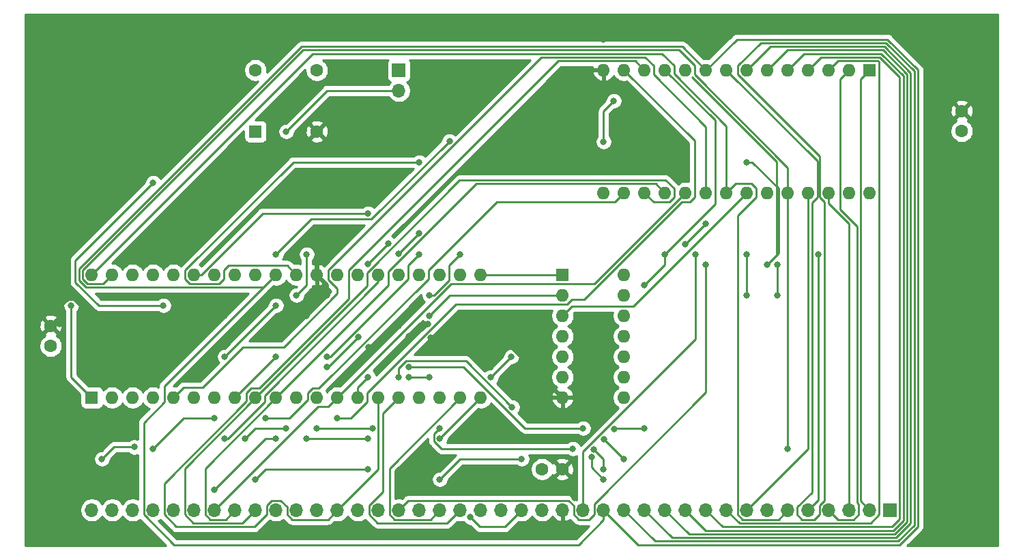
<source format=gbr>
G04 #@! TF.GenerationSoftware,KiCad,Pcbnew,5.1.8-db9833491~88~ubuntu20.04.1*
G04 #@! TF.CreationDate,2020-12-16T12:59:07+01:00*
G04 #@! TF.ProjectId,dtZ80,64745a38-302e-46b6-9963-61645f706362,1*
G04 #@! TF.SameCoordinates,Original*
G04 #@! TF.FileFunction,Copper,L2,Bot*
G04 #@! TF.FilePolarity,Positive*
%FSLAX46Y46*%
G04 Gerber Fmt 4.6, Leading zero omitted, Abs format (unit mm)*
G04 Created by KiCad (PCBNEW 5.1.8-db9833491~88~ubuntu20.04.1) date 2020-12-16 12:59:07*
%MOMM*%
%LPD*%
G01*
G04 APERTURE LIST*
G04 #@! TA.AperFunction,ComponentPad*
%ADD10C,1.600000*%
G04 #@! TD*
G04 #@! TA.AperFunction,ComponentPad*
%ADD11O,1.700000X1.700000*%
G04 #@! TD*
G04 #@! TA.AperFunction,ComponentPad*
%ADD12R,1.700000X1.700000*%
G04 #@! TD*
G04 #@! TA.AperFunction,ComponentPad*
%ADD13R,1.600000X1.600000*%
G04 #@! TD*
G04 #@! TA.AperFunction,ComponentPad*
%ADD14O,1.600000X1.600000*%
G04 #@! TD*
G04 #@! TA.AperFunction,ViaPad*
%ADD15C,0.800000*%
G04 #@! TD*
G04 #@! TA.AperFunction,Conductor*
%ADD16C,0.250000*%
G04 #@! TD*
G04 #@! TA.AperFunction,Conductor*
%ADD17C,0.500000*%
G04 #@! TD*
G04 #@! TA.AperFunction,Conductor*
%ADD18C,0.254000*%
G04 #@! TD*
G04 #@! TA.AperFunction,Conductor*
%ADD19C,0.100000*%
G04 #@! TD*
G04 APERTURE END LIST*
D10*
X100330000Y-64730000D03*
X100330000Y-62230000D03*
X-12700000Y-91400000D03*
X-12700000Y-88900000D03*
X50760000Y-106680000D03*
X48260000Y-106680000D03*
D11*
X-7620000Y-111760000D03*
X-5080000Y-111760000D03*
X-2540000Y-111760000D03*
X0Y-111760000D03*
X2540000Y-111760000D03*
X5080000Y-111760000D03*
X7620000Y-111760000D03*
X10160000Y-111760000D03*
X12700000Y-111760000D03*
X15240000Y-111760000D03*
X17780000Y-111760000D03*
X20320000Y-111760000D03*
X22860000Y-111760000D03*
X25400000Y-111760000D03*
X27940000Y-111760000D03*
X30480000Y-111760000D03*
X33020000Y-111760000D03*
X35560000Y-111760000D03*
X38100000Y-111760000D03*
X40640000Y-111760000D03*
X43180000Y-111760000D03*
X45720000Y-111760000D03*
X48260000Y-111760000D03*
X50800000Y-111760000D03*
X53340000Y-111760000D03*
X55880000Y-111760000D03*
X58420000Y-111760000D03*
X60960000Y-111760000D03*
X63500000Y-111760000D03*
X66040000Y-111760000D03*
X68580000Y-111760000D03*
X71120000Y-111760000D03*
X73660000Y-111760000D03*
X76200000Y-111760000D03*
X78740000Y-111760000D03*
X81280000Y-111760000D03*
X83820000Y-111760000D03*
X86360000Y-111760000D03*
X88900000Y-111760000D03*
D12*
X91440000Y-111760000D03*
D11*
X30480000Y-59690000D03*
D12*
X30480000Y-57150000D03*
D13*
X50800000Y-82550000D03*
D14*
X58420000Y-97790000D03*
X50800000Y-85090000D03*
X58420000Y-95250000D03*
X50800000Y-87630000D03*
X58420000Y-92710000D03*
X50800000Y-90170000D03*
X58420000Y-90170000D03*
X50800000Y-92710000D03*
X58420000Y-87630000D03*
X50800000Y-95250000D03*
X58420000Y-85090000D03*
X50800000Y-97790000D03*
X58420000Y-82550000D03*
D10*
X20320000Y-64770000D03*
X20320000Y-57150000D03*
X12700000Y-57150000D03*
D13*
X12700000Y-64770000D03*
D14*
X88900000Y-72390000D03*
X55880000Y-57150000D03*
X86360000Y-72390000D03*
X58420000Y-57150000D03*
X83820000Y-72390000D03*
X60960000Y-57150000D03*
X81280000Y-72390000D03*
X63500000Y-57150000D03*
X78740000Y-72390000D03*
X66040000Y-57150000D03*
X76200000Y-72390000D03*
X68580000Y-57150000D03*
X73660000Y-72390000D03*
X71120000Y-57150000D03*
X71120000Y-72390000D03*
X73660000Y-57150000D03*
X68580000Y-72390000D03*
X76200000Y-57150000D03*
X66040000Y-72390000D03*
X78740000Y-57150000D03*
X63500000Y-72390000D03*
X81280000Y-57150000D03*
X60960000Y-72390000D03*
X83820000Y-57150000D03*
X58420000Y-72390000D03*
X86360000Y-57150000D03*
X55880000Y-72390000D03*
D13*
X88900000Y-57150000D03*
D14*
X-7620000Y-82550000D03*
X40640000Y-97790000D03*
X-5080000Y-82550000D03*
X38100000Y-97790000D03*
X-2540000Y-82550000D03*
X35560000Y-97790000D03*
X0Y-82550000D03*
X33020000Y-97790000D03*
X2540000Y-82550000D03*
X30480000Y-97790000D03*
X5080000Y-82550000D03*
X27940000Y-97790000D03*
X7620000Y-82550000D03*
X25400000Y-97790000D03*
X10160000Y-82550000D03*
X22860000Y-97790000D03*
X12700000Y-82550000D03*
X20320000Y-97790000D03*
X15240000Y-82550000D03*
X17780000Y-97790000D03*
X17780000Y-82550000D03*
X15240000Y-97790000D03*
X20320000Y-82550000D03*
X12700000Y-97790000D03*
X22860000Y-82550000D03*
X10160000Y-97790000D03*
X25400000Y-82550000D03*
X7620000Y-97790000D03*
X27940000Y-82550000D03*
X5080000Y-97790000D03*
X30480000Y-82550000D03*
X2540000Y-97790000D03*
X33020000Y-82550000D03*
X0Y-97790000D03*
X35560000Y-82550000D03*
X-2540000Y-97790000D03*
X38100000Y-82550000D03*
X-5080000Y-97790000D03*
X40640000Y-82550000D03*
D13*
X-7620000Y-97790000D03*
D15*
X78740000Y-104140000D03*
X31750000Y-93980000D03*
X53340000Y-101600000D03*
X55955154Y-102945154D03*
X58420000Y-105410000D03*
X55880000Y-106680000D03*
X54685154Y-104215154D03*
X60960000Y-101600000D03*
X57225154Y-101675154D03*
X34290000Y-85090000D03*
X38100000Y-80010000D03*
X26670000Y-74930000D03*
X-6350000Y-105410000D03*
X-2332847Y-103932847D03*
X0Y-104140000D03*
X7620000Y-100330000D03*
X11430000Y-102870000D03*
X16510000Y-101600000D03*
X20320000Y-101600000D03*
X27215000Y-101600000D03*
X35560000Y-101600000D03*
X52070000Y-104140000D03*
X54402847Y-105202847D03*
X55880000Y-107950000D03*
X26594846Y-81204846D03*
X29134846Y-78664846D03*
X30404846Y-79934846D03*
X32944846Y-77394846D03*
X66040000Y-78740000D03*
X68580000Y-76200000D03*
X76200000Y-81280000D03*
X73660000Y-68580000D03*
X15240000Y-80010000D03*
X36754846Y-65964846D03*
X55880000Y-66040000D03*
X57150000Y-60960000D03*
X67310000Y-80010000D03*
X33020000Y-68580000D03*
X50592847Y-109012847D03*
X52270047Y-110275742D03*
X55880000Y-50800000D03*
X55880000Y-53340000D03*
X22860000Y-72390000D03*
X17780000Y-73660000D03*
X20320000Y-77470000D03*
X34460153Y-90340153D03*
X34069847Y-88679847D03*
X31750000Y-90170000D03*
X-11620153Y-88709847D03*
X8890000Y-87630000D03*
X19050000Y-87630000D03*
X21590000Y-85090000D03*
X26745154Y-91515154D03*
X30480000Y-88900000D03*
X77470000Y-81280000D03*
X77470000Y-85090000D03*
X82550000Y-80010000D03*
X-10160000Y-86360000D03*
X63500000Y-80010000D03*
X60960000Y-83820000D03*
X44450000Y-92710000D03*
X41910000Y-95250000D03*
X34290000Y-95250000D03*
X31750000Y-95250000D03*
X25475154Y-90245154D03*
X21590000Y-93980000D03*
X26670000Y-95250000D03*
X22860000Y-100330000D03*
X33020000Y-80010000D03*
X21590000Y-92710000D03*
X15240000Y-92710000D03*
X13970000Y-100330000D03*
X8890000Y-92710000D03*
X15240000Y-86360000D03*
X1270000Y-86360000D03*
X0Y-71120000D03*
X16510000Y-64770000D03*
X7620000Y-109220000D03*
X15240000Y-102870000D03*
X19050000Y-102870000D03*
X26670000Y-102870000D03*
X35560000Y-102870000D03*
X68580000Y-81280000D03*
X73660000Y-80010000D03*
X73660000Y-85090000D03*
X34290000Y-87630000D03*
X8890000Y-102870000D03*
X12700000Y-107950000D03*
X26670000Y-106680000D03*
X19050000Y-80010000D03*
X17780000Y-85090000D03*
X30480000Y-95250000D03*
X44525154Y-98984846D03*
X45720000Y-105410000D03*
X39370000Y-112660010D03*
X35560000Y-107950000D03*
D16*
X74785001Y-71849999D02*
X74200001Y-71264999D01*
X74785001Y-72930001D02*
X74785001Y-71849999D01*
X72484999Y-75230003D02*
X74785001Y-72930001D01*
X72484999Y-112324001D02*
X72484999Y-75230003D01*
X73095999Y-112935001D02*
X72484999Y-112324001D01*
X72245001Y-71264999D02*
X71120000Y-72390000D01*
X74200001Y-71264999D02*
X72245001Y-71264999D01*
X77564999Y-112935001D02*
X73095999Y-112935001D01*
X78740000Y-111760000D02*
X77564999Y-112935001D01*
X19805021Y-55124979D02*
X-7620000Y-82550000D01*
X63139981Y-55124979D02*
X19805021Y-55124979D01*
X64625001Y-56609999D02*
X63139981Y-55124979D01*
X64625001Y-57638591D02*
X64625001Y-56609999D01*
X71120000Y-64133590D02*
X64625001Y-57638591D01*
X71120000Y-72390000D02*
X71120000Y-64133590D01*
X78740000Y-72390000D02*
X78740000Y-104140000D01*
X-6205001Y-83675001D02*
X-5080000Y-82550000D01*
X-8160001Y-83675001D02*
X-6205001Y-83675001D01*
X-8745001Y-83090001D02*
X-8160001Y-83675001D01*
X-8745001Y-82009999D02*
X-8745001Y-83090001D01*
X18590028Y-54674970D02*
X-8745001Y-82009999D01*
X65229972Y-54674970D02*
X18590028Y-54674970D01*
X67165001Y-56609999D02*
X65229972Y-54674970D01*
X67165001Y-57690001D02*
X67165001Y-56609999D01*
X78740000Y-69265000D02*
X67165001Y-57690001D01*
X78740000Y-72390000D02*
X78740000Y-69265000D01*
X81280000Y-104140000D02*
X73660000Y-111760000D01*
X81280000Y-72390000D02*
X81280000Y-104140000D01*
X72745010Y-113385010D02*
X71120000Y-111760000D01*
X90075001Y-112324001D02*
X89013992Y-113385010D01*
X90075001Y-56139999D02*
X90075001Y-112324001D01*
X89013992Y-113385010D02*
X72745010Y-113385010D01*
X89960001Y-56024999D02*
X90075001Y-56139999D01*
X84945001Y-56024999D02*
X89960001Y-56024999D01*
X83820000Y-57150000D02*
X84945001Y-56024999D01*
X46115002Y-101600000D02*
X53340000Y-101600000D01*
X38495002Y-93980000D02*
X46115002Y-101600000D01*
X31750000Y-93980000D02*
X38495002Y-93980000D01*
X55955154Y-102945154D02*
X58420000Y-105410000D01*
X70655020Y-113835020D02*
X68580000Y-111760000D01*
X91649982Y-113835020D02*
X70655020Y-113835020D01*
X92615001Y-112870001D02*
X91649982Y-113835020D01*
X92615001Y-58043589D02*
X92615001Y-112870001D01*
X90146402Y-55574990D02*
X92615001Y-58043589D01*
X82855010Y-55574990D02*
X90146402Y-55574990D01*
X81280000Y-57150000D02*
X82855010Y-55574990D01*
X55880000Y-105410000D02*
X54685154Y-104215154D01*
X55880000Y-106680000D02*
X55880000Y-105410000D01*
X68565030Y-114285030D02*
X66040000Y-111760000D01*
X91836382Y-114285030D02*
X68565030Y-114285030D01*
X93065010Y-113056402D02*
X91836382Y-114285030D01*
X93065011Y-57857189D02*
X93065010Y-113056402D01*
X90332802Y-55124980D02*
X93065011Y-57857189D01*
X80765020Y-55124980D02*
X90332802Y-55124980D01*
X78740000Y-57150000D02*
X80765020Y-55124980D01*
X57300308Y-101600000D02*
X57225154Y-101675154D01*
X60960000Y-101600000D02*
X57300308Y-101600000D01*
X36685001Y-81424999D02*
X38100000Y-80010000D01*
X36685001Y-83260684D02*
X36685001Y-81424999D01*
X34855685Y-85090000D02*
X36685001Y-83260684D01*
X34290000Y-85090000D02*
X34855685Y-85090000D01*
X5954998Y-82550000D02*
X5080000Y-82550000D01*
X13574998Y-74930000D02*
X5954998Y-82550000D01*
X26670000Y-74930000D02*
X13574998Y-74930000D01*
X93515019Y-113242803D02*
X92022782Y-114735040D01*
X93515020Y-57670790D02*
X93515019Y-113242803D01*
X66475040Y-114735040D02*
X63500000Y-111760000D01*
X92022782Y-114735040D02*
X66475040Y-114735040D01*
X90519202Y-54674970D02*
X93515020Y-57670790D01*
X78675030Y-54674970D02*
X90519202Y-54674970D01*
X76200000Y-57150000D02*
X78675030Y-54674970D01*
X-4872847Y-103932847D02*
X-2332847Y-103932847D01*
X-6350000Y-105410000D02*
X-4872847Y-103932847D01*
X3810000Y-100330000D02*
X7620000Y-100330000D01*
X0Y-104140000D02*
X3810000Y-100330000D01*
X12700000Y-101600000D02*
X16510000Y-101600000D01*
X11430000Y-102870000D02*
X12700000Y-101600000D01*
X24715000Y-101600000D02*
X27215000Y-101600000D01*
X20320000Y-101600000D02*
X24715000Y-101600000D01*
X35756998Y-104140000D02*
X52070000Y-104140000D01*
X34834999Y-103218001D02*
X35756998Y-104140000D01*
X34834999Y-102325001D02*
X34834999Y-103218001D01*
X35560000Y-101600000D02*
X34834999Y-102325001D01*
X54402847Y-106472847D02*
X55880000Y-107950000D01*
X54402847Y-105202847D02*
X54402847Y-106472847D01*
X93965028Y-113429204D02*
X92209182Y-115185050D01*
X92209182Y-115185050D02*
X64385050Y-115185050D01*
X93965029Y-57484391D02*
X93965028Y-113429204D01*
X90705603Y-54224961D02*
X93965029Y-57484391D01*
X64385050Y-115185050D02*
X60960000Y-111760000D01*
X76585039Y-54224961D02*
X90705603Y-54224961D01*
X73660000Y-57150000D02*
X76585039Y-54224961D01*
X26594846Y-81204846D02*
X29134846Y-78664846D01*
X30404846Y-79934846D02*
X32944846Y-77394846D01*
X66040000Y-78740000D02*
X68580000Y-76200000D01*
X77325001Y-68486411D02*
X66846796Y-58008206D01*
X77325001Y-80154999D02*
X77325001Y-68486411D01*
X76200000Y-81280000D02*
X77325001Y-80154999D01*
X77614999Y-79865001D02*
X76200000Y-81280000D01*
X77614999Y-71849999D02*
X77614999Y-79865001D01*
X74345000Y-68580000D02*
X77614999Y-71849999D01*
X73660000Y-68580000D02*
X74345000Y-68580000D01*
X90891997Y-53774951D02*
X94415038Y-57297992D01*
X94415038Y-57297992D02*
X94415037Y-113615605D01*
X75370047Y-53774951D02*
X90891997Y-53774951D01*
X72534999Y-57690001D02*
X72534999Y-56609999D01*
X82694999Y-67850001D02*
X72534999Y-57690001D01*
X83279999Y-73515001D02*
X82694999Y-72930001D01*
X82694999Y-72930001D02*
X82694999Y-67850001D01*
X83279999Y-110560999D02*
X83279999Y-73515001D01*
X82644999Y-112324001D02*
X82644999Y-111195999D01*
X82034000Y-112935000D02*
X82644999Y-112324001D01*
X72534999Y-56609999D02*
X75370047Y-53774951D01*
X80526000Y-112935000D02*
X82034000Y-112935000D01*
X79915001Y-112324001D02*
X80526000Y-112935000D01*
X82644999Y-111195999D02*
X83279999Y-110560999D01*
X79915001Y-111385997D02*
X79915001Y-112324001D01*
X62295060Y-115635060D02*
X58420000Y-111760000D01*
X81730010Y-109570988D02*
X79915001Y-111385997D01*
X81730010Y-73604992D02*
X81730010Y-109570988D01*
X82405001Y-72930001D02*
X81730010Y-73604992D01*
X92395582Y-115635060D02*
X62295060Y-115635060D01*
X82405001Y-68435001D02*
X82405001Y-72930001D01*
X94415037Y-113615605D02*
X92395582Y-115635060D01*
X71120000Y-57150000D02*
X82405001Y-68435001D01*
X27064691Y-75655001D02*
X36754846Y-65964846D01*
X19594999Y-75655001D02*
X27064691Y-75655001D01*
X15240000Y-80010000D02*
X19594999Y-75655001D01*
X55880000Y-62230000D02*
X57150000Y-60960000D01*
X55880000Y-66040000D02*
X55880000Y-62230000D01*
X60205070Y-116085070D02*
X55880000Y-111760000D01*
X92581982Y-116085070D02*
X60205070Y-116085070D01*
X94865046Y-113802006D02*
X92581982Y-116085070D01*
X94865047Y-57111593D02*
X94865046Y-113802006D01*
X91078398Y-53324942D02*
X94865047Y-57111593D01*
X72405058Y-53324942D02*
X91078398Y-53324942D01*
X68580000Y-57150000D02*
X72405058Y-53324942D01*
X55880000Y-112962081D02*
X55880000Y-111760000D01*
X52757012Y-116085069D02*
X55880000Y-112962081D01*
X2586067Y-116085069D02*
X52757012Y-116085069D01*
X-1175001Y-112324001D02*
X2586067Y-116085069D01*
X-1175001Y-100920001D02*
X-1175001Y-112324001D01*
X1414999Y-98330001D02*
X-1175001Y-100920001D01*
X1414999Y-96375001D02*
X1414999Y-98330001D01*
X15240000Y-82550000D02*
X1414999Y-96375001D01*
X65654960Y-54224960D02*
X68580000Y-57150000D01*
X18403628Y-54224960D02*
X65654960Y-54224960D01*
X-9195010Y-81823598D02*
X18403628Y-54224960D01*
X-9195011Y-83276401D02*
X-9195010Y-81823598D01*
X13664990Y-84125010D02*
X-8346402Y-84125010D01*
X-8346402Y-84125010D02*
X-9195011Y-83276401D01*
X15240000Y-82550000D02*
X13664990Y-84125010D01*
X53340000Y-104535002D02*
X53340000Y-111760000D01*
X67310000Y-90565002D02*
X53340000Y-104535002D01*
X67310000Y-80010000D02*
X67310000Y-90565002D01*
X17384998Y-68580000D02*
X33020000Y-68580000D01*
X3954999Y-82009999D02*
X17384998Y-68580000D01*
X4539999Y-83675001D02*
X3954999Y-83090001D01*
X3954999Y-83090001D02*
X3954999Y-82009999D01*
X8160001Y-83675001D02*
X4539999Y-83675001D01*
X8745001Y-83090001D02*
X8160001Y-83675001D01*
X8745001Y-82009999D02*
X8745001Y-83090001D01*
X9330001Y-81424999D02*
X8745001Y-82009999D01*
X16654999Y-81424999D02*
X9330001Y-81424999D01*
X17780000Y-82550000D02*
X16654999Y-81424999D01*
D17*
X51007152Y-109012847D02*
X52270047Y-110275742D01*
X50592847Y-109012847D02*
X51007152Y-109012847D01*
X55880000Y-50800000D02*
X55880000Y-53340000D01*
X21590000Y-73660000D02*
X17780000Y-73660000D01*
X22860000Y-72390000D02*
X21590000Y-73660000D01*
X43350153Y-90340153D02*
X34460153Y-90340153D01*
X50800000Y-97790000D02*
X43350153Y-90340153D01*
X33240153Y-88679847D02*
X31750000Y-90170000D01*
X34069847Y-88679847D02*
X33240153Y-88679847D01*
X20320000Y-77470000D02*
X20320000Y-82550000D01*
X-7631998Y-87630000D02*
X8890000Y-87630000D01*
X-9751999Y-85509999D02*
X-7631998Y-87630000D01*
X-10568001Y-85509999D02*
X-9751999Y-85509999D01*
X-11620153Y-86562151D02*
X-10568001Y-85509999D01*
X-11620153Y-88709847D02*
X-11620153Y-86562151D01*
X19050000Y-87630000D02*
X21590000Y-85090000D01*
X27864846Y-91515154D02*
X30480000Y-88900000D01*
X26745154Y-91515154D02*
X27864846Y-91515154D01*
X21590000Y-83820000D02*
X20320000Y-82550000D01*
X21590000Y-85090000D02*
X21590000Y-83820000D01*
D16*
X77470000Y-81280000D02*
X77470000Y-85090000D01*
X3665001Y-96664999D02*
X2540000Y-97790000D01*
X3810000Y-96520000D02*
X2540000Y-97790000D01*
X68580000Y-72390000D02*
X68580000Y-64185000D01*
X21734999Y-83151813D02*
X22860000Y-84276814D01*
X68580000Y-64185000D02*
X62085001Y-57690001D01*
X6153002Y-96520000D02*
X3810000Y-96520000D01*
X62085001Y-57690001D02*
X62085001Y-56609999D01*
X22860000Y-84893002D02*
X16180513Y-91572489D01*
X62085001Y-56609999D02*
X61049991Y-55574989D01*
X21734999Y-82009999D02*
X21734999Y-83151813D01*
X48170009Y-55574989D02*
X21734999Y-82009999D01*
X16180513Y-91572489D02*
X11100513Y-91572489D01*
X22860000Y-84276814D02*
X22860000Y-84893002D01*
X61049991Y-55574989D02*
X48170009Y-55574989D01*
X11100513Y-91572489D02*
X6153002Y-96520000D01*
X87774999Y-110634999D02*
X88900000Y-111760000D01*
X87774999Y-58275001D02*
X87774999Y-110634999D01*
X88900000Y-57150000D02*
X87774999Y-58275001D01*
X83820000Y-72390000D02*
X83820000Y-73660000D01*
X86360000Y-76200000D02*
X86360000Y-111760000D01*
X83820000Y-73660000D02*
X86360000Y-76200000D01*
X84995001Y-112935001D02*
X83820000Y-111760000D01*
X87535001Y-112324001D02*
X86924001Y-112935001D01*
X87535001Y-111031411D02*
X87535001Y-112324001D01*
X87324990Y-110821400D02*
X87535001Y-111031411D01*
X86924001Y-112935001D02*
X84995001Y-112935001D01*
X87324989Y-76528579D02*
X87324990Y-110821400D01*
X85234999Y-74438589D02*
X87324989Y-76528579D01*
X85234999Y-58275001D02*
X85234999Y-74438589D01*
X86360000Y-57150000D02*
X85234999Y-58275001D01*
X82550000Y-110490000D02*
X81280000Y-111760000D01*
X82550000Y-80010000D02*
X82550000Y-110490000D01*
X-10160000Y-95250000D02*
X-7620000Y-97790000D01*
X-10160000Y-86360000D02*
X-10160000Y-95250000D01*
X51925001Y-86504999D02*
X50800000Y-87630000D01*
X59545001Y-86504999D02*
X51925001Y-86504999D01*
X73660000Y-72390000D02*
X59545001Y-86504999D01*
X27940000Y-106680000D02*
X22860000Y-111760000D01*
X27940000Y-97790000D02*
X27940000Y-106680000D01*
X16604999Y-112324001D02*
X17215999Y-112935001D01*
X15804001Y-110584999D02*
X16604999Y-111385997D01*
X17215999Y-112935001D02*
X21684999Y-112935001D01*
X14064999Y-111195999D02*
X14675999Y-110584999D01*
X14064999Y-112324001D02*
X14064999Y-111195999D01*
X12553981Y-113835019D02*
X14064999Y-112324001D01*
X2876017Y-113835019D02*
X12553981Y-113835019D01*
X1364999Y-108488591D02*
X1364999Y-112324001D01*
X21684999Y-112935001D02*
X22860000Y-111760000D01*
X11574999Y-98278591D02*
X1364999Y-108488591D01*
X11574999Y-97249999D02*
X11574999Y-98278591D01*
X14675999Y-110584999D02*
X15804001Y-110584999D01*
X12159999Y-96664999D02*
X11574999Y-97249999D01*
X13188591Y-96664999D02*
X12159999Y-96664999D01*
X1364999Y-112324001D02*
X2876017Y-113835019D01*
X24274999Y-85578591D02*
X13188591Y-96664999D01*
X24274999Y-82009999D02*
X24274999Y-85578591D01*
X50259999Y-56024999D02*
X24274999Y-82009999D01*
X16604999Y-111385997D02*
X16604999Y-112324001D01*
X59834999Y-56024999D02*
X50259999Y-56024999D01*
X60960000Y-57150000D02*
X59834999Y-56024999D01*
X69705001Y-73804999D02*
X63500000Y-80010000D01*
X69705001Y-63355001D02*
X69705001Y-73804999D01*
X63500000Y-57150000D02*
X69705001Y-63355001D01*
X63500000Y-81280000D02*
X60960000Y-83820000D01*
X63500000Y-80010000D02*
X63500000Y-81280000D01*
X44450000Y-92710000D02*
X41910000Y-95250000D01*
X34290000Y-95250000D02*
X31750000Y-95250000D01*
X21740308Y-93980000D02*
X21590000Y-93980000D01*
X25475154Y-90245154D02*
X21740308Y-93980000D01*
X25400000Y-96520000D02*
X25400000Y-97790000D01*
X26670000Y-95250000D02*
X25400000Y-96520000D01*
X36974999Y-83675001D02*
X22860000Y-97790000D01*
X54754999Y-83675001D02*
X36974999Y-83675001D01*
X66040000Y-72390000D02*
X54754999Y-83675001D01*
X20464999Y-98915001D02*
X7620000Y-111760000D01*
X21734999Y-98915001D02*
X20464999Y-98915001D01*
X22860000Y-97790000D02*
X21734999Y-98915001D01*
X24525002Y-100330000D02*
X22860000Y-100330000D01*
X37559999Y-86215001D02*
X26525001Y-97249999D01*
X26525001Y-97249999D02*
X26525001Y-98330001D01*
X51340001Y-86215001D02*
X37559999Y-86215001D01*
X51925001Y-85630001D02*
X51340001Y-86215001D01*
X53436409Y-85630001D02*
X51925001Y-85630001D01*
X65551409Y-73515001D02*
X53436409Y-85630001D01*
X66580001Y-73515001D02*
X65551409Y-73515001D01*
X26525001Y-98330001D02*
X24525002Y-100330000D01*
X67165001Y-72930001D02*
X66580001Y-73515001D01*
X67165001Y-65895001D02*
X67165001Y-72930001D01*
X58420000Y-57150000D02*
X67165001Y-65895001D01*
X29210000Y-83820000D02*
X15240000Y-97790000D01*
X29210000Y-82154998D02*
X29210000Y-83820000D01*
X40099999Y-71264999D02*
X29210000Y-82154998D01*
X62374999Y-71264999D02*
X40099999Y-71264999D01*
X63500000Y-72390000D02*
X62374999Y-71264999D01*
X8984999Y-112935001D02*
X10160000Y-111760000D01*
X7055999Y-112935001D02*
X8984999Y-112935001D01*
X6444999Y-112324001D02*
X7055999Y-112935001D01*
X6444999Y-106585001D02*
X6444999Y-112324001D01*
X15240000Y-97790000D02*
X6444999Y-106585001D01*
X26525001Y-82299997D02*
X26525001Y-83964999D01*
X26525001Y-83964999D02*
X12700000Y-97790000D01*
X38010009Y-70814989D02*
X26525001Y-82299997D01*
X63589991Y-70814989D02*
X38010009Y-70814989D01*
X64625001Y-71849999D02*
X63589991Y-70814989D01*
X64625001Y-72930001D02*
X64625001Y-71849999D01*
X64040001Y-73515001D02*
X64625001Y-72930001D01*
X62085001Y-73515001D02*
X64040001Y-73515001D01*
X60960000Y-72390000D02*
X62085001Y-73515001D01*
X11074990Y-113385010D02*
X12700000Y-111760000D01*
X4966008Y-113385010D02*
X11074990Y-113385010D01*
X3904999Y-112324001D02*
X4966008Y-113385010D01*
X3904999Y-106585001D02*
X3904999Y-112324001D01*
X12700000Y-97790000D02*
X3904999Y-106585001D01*
X21985002Y-92710000D02*
X21590000Y-92710000D01*
X31605001Y-83090001D02*
X21985002Y-92710000D01*
X31605001Y-81424999D02*
X31605001Y-83090001D01*
X33020000Y-80010000D02*
X31605001Y-81424999D01*
X15240000Y-92710000D02*
X10160000Y-97790000D01*
X19194999Y-98040003D02*
X16905002Y-100330000D01*
X19194999Y-97249999D02*
X19194999Y-98040003D01*
X19779999Y-96664999D02*
X19194999Y-97249999D01*
X20570003Y-96664999D02*
X19779999Y-96664999D01*
X34145001Y-82009999D02*
X34145001Y-83090001D01*
X34145001Y-83090001D02*
X20570003Y-96664999D01*
X42639999Y-73515001D02*
X34145001Y-82009999D01*
X57294999Y-73515001D02*
X42639999Y-73515001D01*
X58420000Y-72390000D02*
X57294999Y-73515001D01*
X16905002Y-100330000D02*
X13970000Y-100330000D01*
X8890000Y-92710000D02*
X15240000Y-86360000D01*
X-9645020Y-80765020D02*
X0Y-71120000D01*
X-6747820Y-86360000D02*
X-9645020Y-83462800D01*
X-9645020Y-83462800D02*
X-9645020Y-80765020D01*
X1270000Y-86360000D02*
X-6747820Y-86360000D01*
X21590000Y-59690000D02*
X30480000Y-59690000D01*
X16510000Y-64770000D02*
X21590000Y-59690000D01*
X13970000Y-102870000D02*
X15240000Y-102870000D01*
X7620000Y-109220000D02*
X13970000Y-102870000D01*
X19050000Y-102870000D02*
X26670000Y-102870000D01*
X35560000Y-102870000D02*
X40640000Y-97790000D01*
X40640000Y-82550000D02*
X50800000Y-82550000D01*
X31655001Y-110584999D02*
X30480000Y-111760000D01*
X52164999Y-112324001D02*
X52164999Y-111195999D01*
X52775999Y-112935001D02*
X52164999Y-112324001D01*
X54093999Y-112935001D02*
X52775999Y-112935001D01*
X52164999Y-111195999D02*
X51553999Y-110584999D01*
X54704999Y-112324001D02*
X54093999Y-112935001D01*
X54704999Y-111006001D02*
X54704999Y-112324001D01*
X68580000Y-97131000D02*
X54704999Y-111006001D01*
X51553999Y-110584999D02*
X31655001Y-110584999D01*
X68580000Y-81280000D02*
X68580000Y-97131000D01*
X73660000Y-80010000D02*
X73660000Y-85090000D01*
X36830000Y-85090000D02*
X34290000Y-87630000D01*
X50800000Y-85090000D02*
X36830000Y-85090000D01*
X29915999Y-112935001D02*
X34384999Y-112935001D01*
X29304999Y-112324001D02*
X29915999Y-112935001D01*
X34384999Y-112935001D02*
X35560000Y-111760000D01*
X29304999Y-106585001D02*
X29304999Y-112324001D01*
X38100000Y-97790000D02*
X29304999Y-106585001D01*
X36474989Y-113385011D02*
X38100000Y-111760000D01*
X27826009Y-113385011D02*
X36474989Y-113385011D01*
X26764999Y-112324001D02*
X27826009Y-113385011D01*
X26764999Y-111195999D02*
X26764999Y-112324001D01*
X28504001Y-109456997D02*
X26764999Y-111195999D01*
X28504001Y-99765999D02*
X28504001Y-109456997D01*
X30480000Y-97790000D02*
X28504001Y-99765999D01*
X9285002Y-102870000D02*
X8890000Y-102870000D01*
X13825001Y-98330001D02*
X9285002Y-102870000D01*
X13825001Y-97539997D02*
X13825001Y-98330001D01*
X27940000Y-83424998D02*
X13825001Y-97539997D01*
X27940000Y-82550000D02*
X27940000Y-83424998D01*
X13970000Y-106680000D02*
X26670000Y-106680000D01*
X12700000Y-107950000D02*
X13970000Y-106680000D01*
X19050000Y-83820000D02*
X17780000Y-85090000D01*
X19050000Y-80010000D02*
X19050000Y-83820000D01*
X38795307Y-93254999D02*
X44525154Y-98984846D01*
X31401999Y-93254999D02*
X38795307Y-93254999D01*
X30480000Y-94176998D02*
X31401999Y-93254999D01*
X30480000Y-95250000D02*
X30480000Y-94176998D01*
X40545010Y-113835020D02*
X39370000Y-112660010D01*
X43644980Y-113835020D02*
X40545010Y-113835020D01*
X45720000Y-111760000D02*
X43644980Y-113835020D01*
X38100000Y-105410000D02*
X35560000Y-107950000D01*
X45720000Y-105410000D02*
X38100000Y-105410000D01*
D18*
X104750001Y-116180000D02*
X93561853Y-116180000D01*
X95376053Y-114365801D01*
X95405046Y-114342007D01*
X95428840Y-114313014D01*
X95428845Y-114313009D01*
X95500020Y-114226283D01*
X95570592Y-114094253D01*
X95614048Y-113950993D01*
X95628722Y-113802007D01*
X95625045Y-113764674D01*
X95625045Y-64588665D01*
X98895000Y-64588665D01*
X98895000Y-64871335D01*
X98950147Y-65148574D01*
X99058320Y-65409727D01*
X99215363Y-65644759D01*
X99415241Y-65844637D01*
X99650273Y-66001680D01*
X99911426Y-66109853D01*
X100188665Y-66165000D01*
X100471335Y-66165000D01*
X100748574Y-66109853D01*
X101009727Y-66001680D01*
X101244759Y-65844637D01*
X101444637Y-65644759D01*
X101601680Y-65409727D01*
X101709853Y-65148574D01*
X101765000Y-64871335D01*
X101765000Y-64588665D01*
X101709853Y-64311426D01*
X101601680Y-64050273D01*
X101444637Y-63815241D01*
X101244759Y-63615363D01*
X101044131Y-63481308D01*
X101071514Y-63466671D01*
X101143097Y-63222702D01*
X100330000Y-62409605D01*
X99516903Y-63222702D01*
X99588486Y-63466671D01*
X99617341Y-63480324D01*
X99415241Y-63615363D01*
X99215363Y-63815241D01*
X99058320Y-64050273D01*
X98950147Y-64311426D01*
X98895000Y-64588665D01*
X95625045Y-64588665D01*
X95625046Y-62300512D01*
X98889783Y-62300512D01*
X98931213Y-62580130D01*
X99026397Y-62846292D01*
X99093329Y-62971514D01*
X99337298Y-63043097D01*
X100150395Y-62230000D01*
X100509605Y-62230000D01*
X101322702Y-63043097D01*
X101566671Y-62971514D01*
X101687571Y-62716004D01*
X101756300Y-62441816D01*
X101770217Y-62159488D01*
X101728787Y-61879870D01*
X101633603Y-61613708D01*
X101566671Y-61488486D01*
X101322702Y-61416903D01*
X100509605Y-62230000D01*
X100150395Y-62230000D01*
X99337298Y-61416903D01*
X99093329Y-61488486D01*
X98972429Y-61743996D01*
X98903700Y-62018184D01*
X98889783Y-62300512D01*
X95625046Y-62300512D01*
X95625046Y-61237298D01*
X99516903Y-61237298D01*
X100330000Y-62050395D01*
X101143097Y-61237298D01*
X101071514Y-60993329D01*
X100816004Y-60872429D01*
X100541816Y-60803700D01*
X100259488Y-60789783D01*
X99979870Y-60831213D01*
X99713708Y-60926397D01*
X99588486Y-60993329D01*
X99516903Y-61237298D01*
X95625046Y-61237298D01*
X95625047Y-57148916D01*
X95628723Y-57111593D01*
X95625047Y-57074268D01*
X95625047Y-57074261D01*
X95614050Y-56962608D01*
X95607495Y-56940999D01*
X95570593Y-56819346D01*
X95500021Y-56687317D01*
X95428846Y-56600590D01*
X95428842Y-56600586D01*
X95405048Y-56571593D01*
X95376055Y-56547799D01*
X91642202Y-52813945D01*
X91618399Y-52784941D01*
X91502674Y-52689968D01*
X91370645Y-52619396D01*
X91227384Y-52575939D01*
X91115731Y-52564942D01*
X91115721Y-52564942D01*
X91078398Y-52561266D01*
X91041076Y-52564942D01*
X72442381Y-52564942D01*
X72405058Y-52561266D01*
X72367735Y-52564942D01*
X72367725Y-52564942D01*
X72256072Y-52575939D01*
X72112811Y-52619396D01*
X71980781Y-52689968D01*
X71897141Y-52758610D01*
X71865057Y-52784941D01*
X71841259Y-52813939D01*
X68903887Y-55751312D01*
X68721335Y-55715000D01*
X68438665Y-55715000D01*
X68256114Y-55751312D01*
X66218764Y-53713963D01*
X66194961Y-53684959D01*
X66079236Y-53589986D01*
X65947207Y-53519414D01*
X65803946Y-53475957D01*
X65692293Y-53464960D01*
X65692282Y-53464960D01*
X65654960Y-53461284D01*
X65617638Y-53464960D01*
X18440950Y-53464960D01*
X18403627Y-53461284D01*
X18366304Y-53464960D01*
X18366295Y-53464960D01*
X18254642Y-53475957D01*
X18111381Y-53519414D01*
X17979352Y-53589986D01*
X17863627Y-53684959D01*
X17839829Y-53713957D01*
X14103353Y-57450433D01*
X14135000Y-57291335D01*
X14135000Y-57008665D01*
X14079853Y-56731426D01*
X13971680Y-56470273D01*
X13814637Y-56235241D01*
X13614759Y-56035363D01*
X13379727Y-55878320D01*
X13118574Y-55770147D01*
X12841335Y-55715000D01*
X12558665Y-55715000D01*
X12281426Y-55770147D01*
X12020273Y-55878320D01*
X11785241Y-56035363D01*
X11585363Y-56235241D01*
X11428320Y-56470273D01*
X11320147Y-56731426D01*
X11265000Y-57008665D01*
X11265000Y-57291335D01*
X11320147Y-57568574D01*
X11428320Y-57829727D01*
X11585363Y-58064759D01*
X11785241Y-58264637D01*
X12020273Y-58421680D01*
X12281426Y-58529853D01*
X12558665Y-58585000D01*
X12841335Y-58585000D01*
X13000433Y-58553353D01*
X919208Y-70634579D01*
X917205Y-70629744D01*
X803937Y-70460226D01*
X659774Y-70316063D01*
X490256Y-70202795D01*
X301898Y-70124774D01*
X101939Y-70085000D01*
X-101939Y-70085000D01*
X-301898Y-70124774D01*
X-490256Y-70202795D01*
X-659774Y-70316063D01*
X-803937Y-70460226D01*
X-917205Y-70629744D01*
X-995226Y-70818102D01*
X-1035000Y-71018061D01*
X-1035000Y-71080198D01*
X-10156022Y-80201221D01*
X-10185020Y-80225019D01*
X-10208818Y-80254017D01*
X-10208819Y-80254018D01*
X-10279994Y-80340744D01*
X-10350566Y-80472774D01*
X-10380003Y-80569820D01*
X-10394022Y-80616034D01*
X-10398483Y-80661323D01*
X-10408696Y-80765020D01*
X-10405019Y-80802352D01*
X-10405020Y-83425477D01*
X-10408696Y-83462800D01*
X-10405020Y-83500122D01*
X-10405020Y-83500132D01*
X-10394023Y-83611785D01*
X-10361785Y-83718061D01*
X-10350566Y-83755046D01*
X-10279994Y-83887076D01*
X-10260053Y-83911374D01*
X-10185021Y-84002801D01*
X-10156017Y-84026604D01*
X-7311619Y-86871003D01*
X-7287821Y-86900001D01*
X-7226564Y-86950273D01*
X-7172096Y-86994974D01*
X-7040067Y-87065546D01*
X-6896806Y-87109003D01*
X-6747820Y-87123677D01*
X-6710487Y-87120000D01*
X566289Y-87120000D01*
X610226Y-87163937D01*
X779744Y-87277205D01*
X968102Y-87355226D01*
X1168061Y-87395000D01*
X1371939Y-87395000D01*
X1571898Y-87355226D01*
X1760256Y-87277205D01*
X1929774Y-87163937D01*
X2073937Y-87019774D01*
X2187205Y-86850256D01*
X2265226Y-86661898D01*
X2305000Y-86461939D01*
X2305000Y-86258061D01*
X2265226Y-86058102D01*
X2187205Y-85869744D01*
X2073937Y-85700226D01*
X1929774Y-85556063D01*
X1760256Y-85442795D01*
X1571898Y-85364774D01*
X1371939Y-85325000D01*
X1168061Y-85325000D01*
X968102Y-85364774D01*
X779744Y-85442795D01*
X610226Y-85556063D01*
X566289Y-85600000D01*
X-6433018Y-85600000D01*
X-7148008Y-84885010D01*
X11830188Y-84885010D01*
X904002Y-95811197D01*
X874998Y-95835000D01*
X820569Y-95901323D01*
X780025Y-95950725D01*
X748342Y-96010000D01*
X709453Y-96082755D01*
X665996Y-96226016D01*
X654999Y-96337669D01*
X654999Y-96337679D01*
X651323Y-96375001D01*
X654999Y-96412324D01*
X654999Y-96508077D01*
X418574Y-96410147D01*
X141335Y-96355000D01*
X-141335Y-96355000D01*
X-418574Y-96410147D01*
X-679727Y-96518320D01*
X-914759Y-96675363D01*
X-1114637Y-96875241D01*
X-1270000Y-97107759D01*
X-1425363Y-96875241D01*
X-1625241Y-96675363D01*
X-1860273Y-96518320D01*
X-2121426Y-96410147D01*
X-2398665Y-96355000D01*
X-2681335Y-96355000D01*
X-2958574Y-96410147D01*
X-3219727Y-96518320D01*
X-3454759Y-96675363D01*
X-3654637Y-96875241D01*
X-3810000Y-97107759D01*
X-3965363Y-96875241D01*
X-4165241Y-96675363D01*
X-4400273Y-96518320D01*
X-4661426Y-96410147D01*
X-4938665Y-96355000D01*
X-5221335Y-96355000D01*
X-5498574Y-96410147D01*
X-5759727Y-96518320D01*
X-5994759Y-96675363D01*
X-6193357Y-96873961D01*
X-6194188Y-96865518D01*
X-6230498Y-96745820D01*
X-6289463Y-96635506D01*
X-6368815Y-96538815D01*
X-6465506Y-96459463D01*
X-6575820Y-96400498D01*
X-6695518Y-96364188D01*
X-6820000Y-96351928D01*
X-7983270Y-96351928D01*
X-9400000Y-94935199D01*
X-9400000Y-87063711D01*
X-9356063Y-87019774D01*
X-9242795Y-86850256D01*
X-9164774Y-86661898D01*
X-9125000Y-86461939D01*
X-9125000Y-86258061D01*
X-9164774Y-86058102D01*
X-9242795Y-85869744D01*
X-9356063Y-85700226D01*
X-9500226Y-85556063D01*
X-9669744Y-85442795D01*
X-9858102Y-85364774D01*
X-10058061Y-85325000D01*
X-10261939Y-85325000D01*
X-10461898Y-85364774D01*
X-10650256Y-85442795D01*
X-10819774Y-85556063D01*
X-10963937Y-85700226D01*
X-11077205Y-85869744D01*
X-11155226Y-86058102D01*
X-11195000Y-86258061D01*
X-11195000Y-86461939D01*
X-11155226Y-86661898D01*
X-11077205Y-86850256D01*
X-10963937Y-87019774D01*
X-10920000Y-87063711D01*
X-10919999Y-95212668D01*
X-10923676Y-95250000D01*
X-10919999Y-95287332D01*
X-10919999Y-95287333D01*
X-10909002Y-95398986D01*
X-10895820Y-95442442D01*
X-10865546Y-95542246D01*
X-10794974Y-95674276D01*
X-10741013Y-95740027D01*
X-10700000Y-95790001D01*
X-10671002Y-95813799D01*
X-9058072Y-97426730D01*
X-9058072Y-98590000D01*
X-9045812Y-98714482D01*
X-9009502Y-98834180D01*
X-8950537Y-98944494D01*
X-8871185Y-99041185D01*
X-8774494Y-99120537D01*
X-8664180Y-99179502D01*
X-8544482Y-99215812D01*
X-8420000Y-99228072D01*
X-6820000Y-99228072D01*
X-6695518Y-99215812D01*
X-6575820Y-99179502D01*
X-6465506Y-99120537D01*
X-6368815Y-99041185D01*
X-6289463Y-98944494D01*
X-6230498Y-98834180D01*
X-6194188Y-98714482D01*
X-6193357Y-98706039D01*
X-5994759Y-98904637D01*
X-5759727Y-99061680D01*
X-5498574Y-99169853D01*
X-5221335Y-99225000D01*
X-4938665Y-99225000D01*
X-4661426Y-99169853D01*
X-4400273Y-99061680D01*
X-4165241Y-98904637D01*
X-3965363Y-98704759D01*
X-3810000Y-98472241D01*
X-3654637Y-98704759D01*
X-3454759Y-98904637D01*
X-3219727Y-99061680D01*
X-2958574Y-99169853D01*
X-2681335Y-99225000D01*
X-2398665Y-99225000D01*
X-2121426Y-99169853D01*
X-1860273Y-99061680D01*
X-1625241Y-98904637D01*
X-1425363Y-98704759D01*
X-1270000Y-98472241D01*
X-1114637Y-98704759D01*
X-914759Y-98904637D01*
X-679727Y-99061680D01*
X-475907Y-99146105D01*
X-1685998Y-100356197D01*
X-1715002Y-100380000D01*
X-1757627Y-100431939D01*
X-1809975Y-100495725D01*
X-1868263Y-100604774D01*
X-1880547Y-100627755D01*
X-1924004Y-100771016D01*
X-1935001Y-100882669D01*
X-1935001Y-100882679D01*
X-1938677Y-100920001D01*
X-1935001Y-100957323D01*
X-1935001Y-102977364D01*
X-2030949Y-102937621D01*
X-2230908Y-102897847D01*
X-2434786Y-102897847D01*
X-2634745Y-102937621D01*
X-2823103Y-103015642D01*
X-2992621Y-103128910D01*
X-3036558Y-103172847D01*
X-4835524Y-103172847D01*
X-4872847Y-103169171D01*
X-4910170Y-103172847D01*
X-4910180Y-103172847D01*
X-5021833Y-103183844D01*
X-5165094Y-103227301D01*
X-5297123Y-103297873D01*
X-5412848Y-103392846D01*
X-5436646Y-103421844D01*
X-6389801Y-104375000D01*
X-6451939Y-104375000D01*
X-6651898Y-104414774D01*
X-6840256Y-104492795D01*
X-7009774Y-104606063D01*
X-7153937Y-104750226D01*
X-7267205Y-104919744D01*
X-7345226Y-105108102D01*
X-7385000Y-105308061D01*
X-7385000Y-105511939D01*
X-7345226Y-105711898D01*
X-7267205Y-105900256D01*
X-7153937Y-106069774D01*
X-7009774Y-106213937D01*
X-6840256Y-106327205D01*
X-6651898Y-106405226D01*
X-6451939Y-106445000D01*
X-6248061Y-106445000D01*
X-6048102Y-106405226D01*
X-5859744Y-106327205D01*
X-5690226Y-106213937D01*
X-5546063Y-106069774D01*
X-5432795Y-105900256D01*
X-5354774Y-105711898D01*
X-5315000Y-105511939D01*
X-5315000Y-105449801D01*
X-4558045Y-104692847D01*
X-3036558Y-104692847D01*
X-2992621Y-104736784D01*
X-2823103Y-104850052D01*
X-2634745Y-104928073D01*
X-2434786Y-104967847D01*
X-2230908Y-104967847D01*
X-2030949Y-104928073D01*
X-1935001Y-104888330D01*
X-1935000Y-110403247D01*
X-2106842Y-110332068D01*
X-2393740Y-110275000D01*
X-2686260Y-110275000D01*
X-2973158Y-110332068D01*
X-3243411Y-110444010D01*
X-3486632Y-110606525D01*
X-3693475Y-110813368D01*
X-3810000Y-110987760D01*
X-3926525Y-110813368D01*
X-4133368Y-110606525D01*
X-4376589Y-110444010D01*
X-4646842Y-110332068D01*
X-4933740Y-110275000D01*
X-5226260Y-110275000D01*
X-5513158Y-110332068D01*
X-5783411Y-110444010D01*
X-6026632Y-110606525D01*
X-6233475Y-110813368D01*
X-6350000Y-110987760D01*
X-6466525Y-110813368D01*
X-6673368Y-110606525D01*
X-6916589Y-110444010D01*
X-7186842Y-110332068D01*
X-7473740Y-110275000D01*
X-7766260Y-110275000D01*
X-8053158Y-110332068D01*
X-8323411Y-110444010D01*
X-8566632Y-110606525D01*
X-8773475Y-110813368D01*
X-8935990Y-111056589D01*
X-9047932Y-111326842D01*
X-9105000Y-111613740D01*
X-9105000Y-111906260D01*
X-9047932Y-112193158D01*
X-8935990Y-112463411D01*
X-8773475Y-112706632D01*
X-8566632Y-112913475D01*
X-8323411Y-113075990D01*
X-8053158Y-113187932D01*
X-7766260Y-113245000D01*
X-7473740Y-113245000D01*
X-7186842Y-113187932D01*
X-6916589Y-113075990D01*
X-6673368Y-112913475D01*
X-6466525Y-112706632D01*
X-6350000Y-112532240D01*
X-6233475Y-112706632D01*
X-6026632Y-112913475D01*
X-5783411Y-113075990D01*
X-5513158Y-113187932D01*
X-5226260Y-113245000D01*
X-4933740Y-113245000D01*
X-4646842Y-113187932D01*
X-4376589Y-113075990D01*
X-4133368Y-112913475D01*
X-3926525Y-112706632D01*
X-3810000Y-112532240D01*
X-3693475Y-112706632D01*
X-3486632Y-112913475D01*
X-3243411Y-113075990D01*
X-2973158Y-113187932D01*
X-2686260Y-113245000D01*
X-2393740Y-113245000D01*
X-2106842Y-113187932D01*
X-1836589Y-113075990D01*
X-1633508Y-112940295D01*
X1606195Y-116180000D01*
X-15850000Y-116180000D01*
X-15850000Y-91258665D01*
X-14135000Y-91258665D01*
X-14135000Y-91541335D01*
X-14079853Y-91818574D01*
X-13971680Y-92079727D01*
X-13814637Y-92314759D01*
X-13614759Y-92514637D01*
X-13379727Y-92671680D01*
X-13118574Y-92779853D01*
X-12841335Y-92835000D01*
X-12558665Y-92835000D01*
X-12281426Y-92779853D01*
X-12020273Y-92671680D01*
X-11785241Y-92514637D01*
X-11585363Y-92314759D01*
X-11428320Y-92079727D01*
X-11320147Y-91818574D01*
X-11265000Y-91541335D01*
X-11265000Y-91258665D01*
X-11320147Y-90981426D01*
X-11428320Y-90720273D01*
X-11585363Y-90485241D01*
X-11785241Y-90285363D01*
X-11985869Y-90151308D01*
X-11958486Y-90136671D01*
X-11886903Y-89892702D01*
X-12700000Y-89079605D01*
X-13513097Y-89892702D01*
X-13441514Y-90136671D01*
X-13412659Y-90150324D01*
X-13614759Y-90285363D01*
X-13814637Y-90485241D01*
X-13971680Y-90720273D01*
X-14079853Y-90981426D01*
X-14135000Y-91258665D01*
X-15850000Y-91258665D01*
X-15850000Y-88970512D01*
X-14140217Y-88970512D01*
X-14098787Y-89250130D01*
X-14003603Y-89516292D01*
X-13936671Y-89641514D01*
X-13692702Y-89713097D01*
X-12879605Y-88900000D01*
X-12520395Y-88900000D01*
X-11707298Y-89713097D01*
X-11463329Y-89641514D01*
X-11342429Y-89386004D01*
X-11273700Y-89111816D01*
X-11259783Y-88829488D01*
X-11301213Y-88549870D01*
X-11396397Y-88283708D01*
X-11463329Y-88158486D01*
X-11707298Y-88086903D01*
X-12520395Y-88900000D01*
X-12879605Y-88900000D01*
X-13692702Y-88086903D01*
X-13936671Y-88158486D01*
X-14057571Y-88413996D01*
X-14126300Y-88688184D01*
X-14140217Y-88970512D01*
X-15850000Y-88970512D01*
X-15850000Y-87907298D01*
X-13513097Y-87907298D01*
X-12700000Y-88720395D01*
X-11886903Y-87907298D01*
X-11958486Y-87663329D01*
X-12213996Y-87542429D01*
X-12488184Y-87473700D01*
X-12770512Y-87459783D01*
X-13050130Y-87501213D01*
X-13316292Y-87596397D01*
X-13441514Y-87663329D01*
X-13513097Y-87907298D01*
X-15850000Y-87907298D01*
X-15850000Y-50190000D01*
X104750000Y-50190000D01*
X104750001Y-116180000D01*
G04 #@! TA.AperFunction,Conductor*
D19*
G36*
X104750001Y-116180000D02*
G01*
X93561853Y-116180000D01*
X95376053Y-114365801D01*
X95405046Y-114342007D01*
X95428840Y-114313014D01*
X95428845Y-114313009D01*
X95500020Y-114226283D01*
X95570592Y-114094253D01*
X95614048Y-113950993D01*
X95628722Y-113802007D01*
X95625045Y-113764674D01*
X95625045Y-64588665D01*
X98895000Y-64588665D01*
X98895000Y-64871335D01*
X98950147Y-65148574D01*
X99058320Y-65409727D01*
X99215363Y-65644759D01*
X99415241Y-65844637D01*
X99650273Y-66001680D01*
X99911426Y-66109853D01*
X100188665Y-66165000D01*
X100471335Y-66165000D01*
X100748574Y-66109853D01*
X101009727Y-66001680D01*
X101244759Y-65844637D01*
X101444637Y-65644759D01*
X101601680Y-65409727D01*
X101709853Y-65148574D01*
X101765000Y-64871335D01*
X101765000Y-64588665D01*
X101709853Y-64311426D01*
X101601680Y-64050273D01*
X101444637Y-63815241D01*
X101244759Y-63615363D01*
X101044131Y-63481308D01*
X101071514Y-63466671D01*
X101143097Y-63222702D01*
X100330000Y-62409605D01*
X99516903Y-63222702D01*
X99588486Y-63466671D01*
X99617341Y-63480324D01*
X99415241Y-63615363D01*
X99215363Y-63815241D01*
X99058320Y-64050273D01*
X98950147Y-64311426D01*
X98895000Y-64588665D01*
X95625045Y-64588665D01*
X95625046Y-62300512D01*
X98889783Y-62300512D01*
X98931213Y-62580130D01*
X99026397Y-62846292D01*
X99093329Y-62971514D01*
X99337298Y-63043097D01*
X100150395Y-62230000D01*
X100509605Y-62230000D01*
X101322702Y-63043097D01*
X101566671Y-62971514D01*
X101687571Y-62716004D01*
X101756300Y-62441816D01*
X101770217Y-62159488D01*
X101728787Y-61879870D01*
X101633603Y-61613708D01*
X101566671Y-61488486D01*
X101322702Y-61416903D01*
X100509605Y-62230000D01*
X100150395Y-62230000D01*
X99337298Y-61416903D01*
X99093329Y-61488486D01*
X98972429Y-61743996D01*
X98903700Y-62018184D01*
X98889783Y-62300512D01*
X95625046Y-62300512D01*
X95625046Y-61237298D01*
X99516903Y-61237298D01*
X100330000Y-62050395D01*
X101143097Y-61237298D01*
X101071514Y-60993329D01*
X100816004Y-60872429D01*
X100541816Y-60803700D01*
X100259488Y-60789783D01*
X99979870Y-60831213D01*
X99713708Y-60926397D01*
X99588486Y-60993329D01*
X99516903Y-61237298D01*
X95625046Y-61237298D01*
X95625047Y-57148916D01*
X95628723Y-57111593D01*
X95625047Y-57074268D01*
X95625047Y-57074261D01*
X95614050Y-56962608D01*
X95607495Y-56940999D01*
X95570593Y-56819346D01*
X95500021Y-56687317D01*
X95428846Y-56600590D01*
X95428842Y-56600586D01*
X95405048Y-56571593D01*
X95376055Y-56547799D01*
X91642202Y-52813945D01*
X91618399Y-52784941D01*
X91502674Y-52689968D01*
X91370645Y-52619396D01*
X91227384Y-52575939D01*
X91115731Y-52564942D01*
X91115721Y-52564942D01*
X91078398Y-52561266D01*
X91041076Y-52564942D01*
X72442381Y-52564942D01*
X72405058Y-52561266D01*
X72367735Y-52564942D01*
X72367725Y-52564942D01*
X72256072Y-52575939D01*
X72112811Y-52619396D01*
X71980781Y-52689968D01*
X71897141Y-52758610D01*
X71865057Y-52784941D01*
X71841259Y-52813939D01*
X68903887Y-55751312D01*
X68721335Y-55715000D01*
X68438665Y-55715000D01*
X68256114Y-55751312D01*
X66218764Y-53713963D01*
X66194961Y-53684959D01*
X66079236Y-53589986D01*
X65947207Y-53519414D01*
X65803946Y-53475957D01*
X65692293Y-53464960D01*
X65692282Y-53464960D01*
X65654960Y-53461284D01*
X65617638Y-53464960D01*
X18440950Y-53464960D01*
X18403627Y-53461284D01*
X18366304Y-53464960D01*
X18366295Y-53464960D01*
X18254642Y-53475957D01*
X18111381Y-53519414D01*
X17979352Y-53589986D01*
X17863627Y-53684959D01*
X17839829Y-53713957D01*
X14103353Y-57450433D01*
X14135000Y-57291335D01*
X14135000Y-57008665D01*
X14079853Y-56731426D01*
X13971680Y-56470273D01*
X13814637Y-56235241D01*
X13614759Y-56035363D01*
X13379727Y-55878320D01*
X13118574Y-55770147D01*
X12841335Y-55715000D01*
X12558665Y-55715000D01*
X12281426Y-55770147D01*
X12020273Y-55878320D01*
X11785241Y-56035363D01*
X11585363Y-56235241D01*
X11428320Y-56470273D01*
X11320147Y-56731426D01*
X11265000Y-57008665D01*
X11265000Y-57291335D01*
X11320147Y-57568574D01*
X11428320Y-57829727D01*
X11585363Y-58064759D01*
X11785241Y-58264637D01*
X12020273Y-58421680D01*
X12281426Y-58529853D01*
X12558665Y-58585000D01*
X12841335Y-58585000D01*
X13000433Y-58553353D01*
X919208Y-70634579D01*
X917205Y-70629744D01*
X803937Y-70460226D01*
X659774Y-70316063D01*
X490256Y-70202795D01*
X301898Y-70124774D01*
X101939Y-70085000D01*
X-101939Y-70085000D01*
X-301898Y-70124774D01*
X-490256Y-70202795D01*
X-659774Y-70316063D01*
X-803937Y-70460226D01*
X-917205Y-70629744D01*
X-995226Y-70818102D01*
X-1035000Y-71018061D01*
X-1035000Y-71080198D01*
X-10156022Y-80201221D01*
X-10185020Y-80225019D01*
X-10208818Y-80254017D01*
X-10208819Y-80254018D01*
X-10279994Y-80340744D01*
X-10350566Y-80472774D01*
X-10380003Y-80569820D01*
X-10394022Y-80616034D01*
X-10398483Y-80661323D01*
X-10408696Y-80765020D01*
X-10405019Y-80802352D01*
X-10405020Y-83425477D01*
X-10408696Y-83462800D01*
X-10405020Y-83500122D01*
X-10405020Y-83500132D01*
X-10394023Y-83611785D01*
X-10361785Y-83718061D01*
X-10350566Y-83755046D01*
X-10279994Y-83887076D01*
X-10260053Y-83911374D01*
X-10185021Y-84002801D01*
X-10156017Y-84026604D01*
X-7311619Y-86871003D01*
X-7287821Y-86900001D01*
X-7226564Y-86950273D01*
X-7172096Y-86994974D01*
X-7040067Y-87065546D01*
X-6896806Y-87109003D01*
X-6747820Y-87123677D01*
X-6710487Y-87120000D01*
X566289Y-87120000D01*
X610226Y-87163937D01*
X779744Y-87277205D01*
X968102Y-87355226D01*
X1168061Y-87395000D01*
X1371939Y-87395000D01*
X1571898Y-87355226D01*
X1760256Y-87277205D01*
X1929774Y-87163937D01*
X2073937Y-87019774D01*
X2187205Y-86850256D01*
X2265226Y-86661898D01*
X2305000Y-86461939D01*
X2305000Y-86258061D01*
X2265226Y-86058102D01*
X2187205Y-85869744D01*
X2073937Y-85700226D01*
X1929774Y-85556063D01*
X1760256Y-85442795D01*
X1571898Y-85364774D01*
X1371939Y-85325000D01*
X1168061Y-85325000D01*
X968102Y-85364774D01*
X779744Y-85442795D01*
X610226Y-85556063D01*
X566289Y-85600000D01*
X-6433018Y-85600000D01*
X-7148008Y-84885010D01*
X11830188Y-84885010D01*
X904002Y-95811197D01*
X874998Y-95835000D01*
X820569Y-95901323D01*
X780025Y-95950725D01*
X748342Y-96010000D01*
X709453Y-96082755D01*
X665996Y-96226016D01*
X654999Y-96337669D01*
X654999Y-96337679D01*
X651323Y-96375001D01*
X654999Y-96412324D01*
X654999Y-96508077D01*
X418574Y-96410147D01*
X141335Y-96355000D01*
X-141335Y-96355000D01*
X-418574Y-96410147D01*
X-679727Y-96518320D01*
X-914759Y-96675363D01*
X-1114637Y-96875241D01*
X-1270000Y-97107759D01*
X-1425363Y-96875241D01*
X-1625241Y-96675363D01*
X-1860273Y-96518320D01*
X-2121426Y-96410147D01*
X-2398665Y-96355000D01*
X-2681335Y-96355000D01*
X-2958574Y-96410147D01*
X-3219727Y-96518320D01*
X-3454759Y-96675363D01*
X-3654637Y-96875241D01*
X-3810000Y-97107759D01*
X-3965363Y-96875241D01*
X-4165241Y-96675363D01*
X-4400273Y-96518320D01*
X-4661426Y-96410147D01*
X-4938665Y-96355000D01*
X-5221335Y-96355000D01*
X-5498574Y-96410147D01*
X-5759727Y-96518320D01*
X-5994759Y-96675363D01*
X-6193357Y-96873961D01*
X-6194188Y-96865518D01*
X-6230498Y-96745820D01*
X-6289463Y-96635506D01*
X-6368815Y-96538815D01*
X-6465506Y-96459463D01*
X-6575820Y-96400498D01*
X-6695518Y-96364188D01*
X-6820000Y-96351928D01*
X-7983270Y-96351928D01*
X-9400000Y-94935199D01*
X-9400000Y-87063711D01*
X-9356063Y-87019774D01*
X-9242795Y-86850256D01*
X-9164774Y-86661898D01*
X-9125000Y-86461939D01*
X-9125000Y-86258061D01*
X-9164774Y-86058102D01*
X-9242795Y-85869744D01*
X-9356063Y-85700226D01*
X-9500226Y-85556063D01*
X-9669744Y-85442795D01*
X-9858102Y-85364774D01*
X-10058061Y-85325000D01*
X-10261939Y-85325000D01*
X-10461898Y-85364774D01*
X-10650256Y-85442795D01*
X-10819774Y-85556063D01*
X-10963937Y-85700226D01*
X-11077205Y-85869744D01*
X-11155226Y-86058102D01*
X-11195000Y-86258061D01*
X-11195000Y-86461939D01*
X-11155226Y-86661898D01*
X-11077205Y-86850256D01*
X-10963937Y-87019774D01*
X-10920000Y-87063711D01*
X-10919999Y-95212668D01*
X-10923676Y-95250000D01*
X-10919999Y-95287332D01*
X-10919999Y-95287333D01*
X-10909002Y-95398986D01*
X-10895820Y-95442442D01*
X-10865546Y-95542246D01*
X-10794974Y-95674276D01*
X-10741013Y-95740027D01*
X-10700000Y-95790001D01*
X-10671002Y-95813799D01*
X-9058072Y-97426730D01*
X-9058072Y-98590000D01*
X-9045812Y-98714482D01*
X-9009502Y-98834180D01*
X-8950537Y-98944494D01*
X-8871185Y-99041185D01*
X-8774494Y-99120537D01*
X-8664180Y-99179502D01*
X-8544482Y-99215812D01*
X-8420000Y-99228072D01*
X-6820000Y-99228072D01*
X-6695518Y-99215812D01*
X-6575820Y-99179502D01*
X-6465506Y-99120537D01*
X-6368815Y-99041185D01*
X-6289463Y-98944494D01*
X-6230498Y-98834180D01*
X-6194188Y-98714482D01*
X-6193357Y-98706039D01*
X-5994759Y-98904637D01*
X-5759727Y-99061680D01*
X-5498574Y-99169853D01*
X-5221335Y-99225000D01*
X-4938665Y-99225000D01*
X-4661426Y-99169853D01*
X-4400273Y-99061680D01*
X-4165241Y-98904637D01*
X-3965363Y-98704759D01*
X-3810000Y-98472241D01*
X-3654637Y-98704759D01*
X-3454759Y-98904637D01*
X-3219727Y-99061680D01*
X-2958574Y-99169853D01*
X-2681335Y-99225000D01*
X-2398665Y-99225000D01*
X-2121426Y-99169853D01*
X-1860273Y-99061680D01*
X-1625241Y-98904637D01*
X-1425363Y-98704759D01*
X-1270000Y-98472241D01*
X-1114637Y-98704759D01*
X-914759Y-98904637D01*
X-679727Y-99061680D01*
X-475907Y-99146105D01*
X-1685998Y-100356197D01*
X-1715002Y-100380000D01*
X-1757627Y-100431939D01*
X-1809975Y-100495725D01*
X-1868263Y-100604774D01*
X-1880547Y-100627755D01*
X-1924004Y-100771016D01*
X-1935001Y-100882669D01*
X-1935001Y-100882679D01*
X-1938677Y-100920001D01*
X-1935001Y-100957323D01*
X-1935001Y-102977364D01*
X-2030949Y-102937621D01*
X-2230908Y-102897847D01*
X-2434786Y-102897847D01*
X-2634745Y-102937621D01*
X-2823103Y-103015642D01*
X-2992621Y-103128910D01*
X-3036558Y-103172847D01*
X-4835524Y-103172847D01*
X-4872847Y-103169171D01*
X-4910170Y-103172847D01*
X-4910180Y-103172847D01*
X-5021833Y-103183844D01*
X-5165094Y-103227301D01*
X-5297123Y-103297873D01*
X-5412848Y-103392846D01*
X-5436646Y-103421844D01*
X-6389801Y-104375000D01*
X-6451939Y-104375000D01*
X-6651898Y-104414774D01*
X-6840256Y-104492795D01*
X-7009774Y-104606063D01*
X-7153937Y-104750226D01*
X-7267205Y-104919744D01*
X-7345226Y-105108102D01*
X-7385000Y-105308061D01*
X-7385000Y-105511939D01*
X-7345226Y-105711898D01*
X-7267205Y-105900256D01*
X-7153937Y-106069774D01*
X-7009774Y-106213937D01*
X-6840256Y-106327205D01*
X-6651898Y-106405226D01*
X-6451939Y-106445000D01*
X-6248061Y-106445000D01*
X-6048102Y-106405226D01*
X-5859744Y-106327205D01*
X-5690226Y-106213937D01*
X-5546063Y-106069774D01*
X-5432795Y-105900256D01*
X-5354774Y-105711898D01*
X-5315000Y-105511939D01*
X-5315000Y-105449801D01*
X-4558045Y-104692847D01*
X-3036558Y-104692847D01*
X-2992621Y-104736784D01*
X-2823103Y-104850052D01*
X-2634745Y-104928073D01*
X-2434786Y-104967847D01*
X-2230908Y-104967847D01*
X-2030949Y-104928073D01*
X-1935001Y-104888330D01*
X-1935000Y-110403247D01*
X-2106842Y-110332068D01*
X-2393740Y-110275000D01*
X-2686260Y-110275000D01*
X-2973158Y-110332068D01*
X-3243411Y-110444010D01*
X-3486632Y-110606525D01*
X-3693475Y-110813368D01*
X-3810000Y-110987760D01*
X-3926525Y-110813368D01*
X-4133368Y-110606525D01*
X-4376589Y-110444010D01*
X-4646842Y-110332068D01*
X-4933740Y-110275000D01*
X-5226260Y-110275000D01*
X-5513158Y-110332068D01*
X-5783411Y-110444010D01*
X-6026632Y-110606525D01*
X-6233475Y-110813368D01*
X-6350000Y-110987760D01*
X-6466525Y-110813368D01*
X-6673368Y-110606525D01*
X-6916589Y-110444010D01*
X-7186842Y-110332068D01*
X-7473740Y-110275000D01*
X-7766260Y-110275000D01*
X-8053158Y-110332068D01*
X-8323411Y-110444010D01*
X-8566632Y-110606525D01*
X-8773475Y-110813368D01*
X-8935990Y-111056589D01*
X-9047932Y-111326842D01*
X-9105000Y-111613740D01*
X-9105000Y-111906260D01*
X-9047932Y-112193158D01*
X-8935990Y-112463411D01*
X-8773475Y-112706632D01*
X-8566632Y-112913475D01*
X-8323411Y-113075990D01*
X-8053158Y-113187932D01*
X-7766260Y-113245000D01*
X-7473740Y-113245000D01*
X-7186842Y-113187932D01*
X-6916589Y-113075990D01*
X-6673368Y-112913475D01*
X-6466525Y-112706632D01*
X-6350000Y-112532240D01*
X-6233475Y-112706632D01*
X-6026632Y-112913475D01*
X-5783411Y-113075990D01*
X-5513158Y-113187932D01*
X-5226260Y-113245000D01*
X-4933740Y-113245000D01*
X-4646842Y-113187932D01*
X-4376589Y-113075990D01*
X-4133368Y-112913475D01*
X-3926525Y-112706632D01*
X-3810000Y-112532240D01*
X-3693475Y-112706632D01*
X-3486632Y-112913475D01*
X-3243411Y-113075990D01*
X-2973158Y-113187932D01*
X-2686260Y-113245000D01*
X-2393740Y-113245000D01*
X-2106842Y-113187932D01*
X-1836589Y-113075990D01*
X-1633508Y-112940295D01*
X1606195Y-116180000D01*
X-15850000Y-116180000D01*
X-15850000Y-91258665D01*
X-14135000Y-91258665D01*
X-14135000Y-91541335D01*
X-14079853Y-91818574D01*
X-13971680Y-92079727D01*
X-13814637Y-92314759D01*
X-13614759Y-92514637D01*
X-13379727Y-92671680D01*
X-13118574Y-92779853D01*
X-12841335Y-92835000D01*
X-12558665Y-92835000D01*
X-12281426Y-92779853D01*
X-12020273Y-92671680D01*
X-11785241Y-92514637D01*
X-11585363Y-92314759D01*
X-11428320Y-92079727D01*
X-11320147Y-91818574D01*
X-11265000Y-91541335D01*
X-11265000Y-91258665D01*
X-11320147Y-90981426D01*
X-11428320Y-90720273D01*
X-11585363Y-90485241D01*
X-11785241Y-90285363D01*
X-11985869Y-90151308D01*
X-11958486Y-90136671D01*
X-11886903Y-89892702D01*
X-12700000Y-89079605D01*
X-13513097Y-89892702D01*
X-13441514Y-90136671D01*
X-13412659Y-90150324D01*
X-13614759Y-90285363D01*
X-13814637Y-90485241D01*
X-13971680Y-90720273D01*
X-14079853Y-90981426D01*
X-14135000Y-91258665D01*
X-15850000Y-91258665D01*
X-15850000Y-88970512D01*
X-14140217Y-88970512D01*
X-14098787Y-89250130D01*
X-14003603Y-89516292D01*
X-13936671Y-89641514D01*
X-13692702Y-89713097D01*
X-12879605Y-88900000D01*
X-12520395Y-88900000D01*
X-11707298Y-89713097D01*
X-11463329Y-89641514D01*
X-11342429Y-89386004D01*
X-11273700Y-89111816D01*
X-11259783Y-88829488D01*
X-11301213Y-88549870D01*
X-11396397Y-88283708D01*
X-11463329Y-88158486D01*
X-11707298Y-88086903D01*
X-12520395Y-88900000D01*
X-12879605Y-88900000D01*
X-13692702Y-88086903D01*
X-13936671Y-88158486D01*
X-14057571Y-88413996D01*
X-14126300Y-88688184D01*
X-14140217Y-88970512D01*
X-15850000Y-88970512D01*
X-15850000Y-87907298D01*
X-13513097Y-87907298D01*
X-12700000Y-88720395D01*
X-11886903Y-87907298D01*
X-11958486Y-87663329D01*
X-12213996Y-87542429D01*
X-12488184Y-87473700D01*
X-12770512Y-87459783D01*
X-13050130Y-87501213D01*
X-13316292Y-87596397D01*
X-13441514Y-87663329D01*
X-13513097Y-87907298D01*
X-15850000Y-87907298D01*
X-15850000Y-50190000D01*
X104750000Y-50190000D01*
X104750001Y-116180000D01*
G37*
G04 #@! TD.AperFunction*
D18*
X50927000Y-111633000D02*
X50947000Y-111633000D01*
X50947000Y-111887000D01*
X50927000Y-111887000D01*
X50927000Y-113080155D01*
X51156890Y-113201476D01*
X51304099Y-113156825D01*
X51566920Y-113031641D01*
X51699184Y-112932987D01*
X52212204Y-113446009D01*
X52235998Y-113475002D01*
X52264991Y-113498796D01*
X52264995Y-113498800D01*
X52310357Y-113536027D01*
X52351723Y-113569975D01*
X52483752Y-113640547D01*
X52627013Y-113684004D01*
X52738666Y-113695001D01*
X52738675Y-113695001D01*
X52775998Y-113698677D01*
X52813321Y-113695001D01*
X54056677Y-113695001D01*
X54070880Y-113696400D01*
X52442211Y-115325069D01*
X2900870Y-115325069D01*
X666909Y-113091109D01*
X703411Y-113075990D01*
X906492Y-112940295D01*
X2312218Y-114346022D01*
X2336016Y-114375020D01*
X2365014Y-114398818D01*
X2451740Y-114469993D01*
X2583770Y-114540565D01*
X2727031Y-114584022D01*
X2838684Y-114595019D01*
X2838693Y-114595019D01*
X2876016Y-114598695D01*
X2913339Y-114595019D01*
X12516659Y-114595019D01*
X12553981Y-114598695D01*
X12591303Y-114595019D01*
X12591314Y-114595019D01*
X12702967Y-114584022D01*
X12846228Y-114540565D01*
X12978257Y-114469993D01*
X13093982Y-114375020D01*
X13117785Y-114346016D01*
X14447404Y-113016398D01*
X14536589Y-113075990D01*
X14806842Y-113187932D01*
X15093740Y-113245000D01*
X15386260Y-113245000D01*
X15673158Y-113187932D01*
X15943411Y-113075990D01*
X16146492Y-112940296D01*
X16652204Y-113446009D01*
X16675998Y-113475002D01*
X16704991Y-113498796D01*
X16704995Y-113498800D01*
X16750357Y-113536027D01*
X16791723Y-113569975D01*
X16923752Y-113640547D01*
X17067013Y-113684004D01*
X17178666Y-113695001D01*
X17178675Y-113695001D01*
X17215998Y-113698677D01*
X17253321Y-113695001D01*
X21647677Y-113695001D01*
X21684999Y-113698677D01*
X21722321Y-113695001D01*
X21722332Y-113695001D01*
X21833985Y-113684004D01*
X21977246Y-113640547D01*
X22109275Y-113569975D01*
X22225000Y-113475002D01*
X22248803Y-113445998D01*
X22493592Y-113201209D01*
X22713740Y-113245000D01*
X23006260Y-113245000D01*
X23293158Y-113187932D01*
X23563411Y-113075990D01*
X23806632Y-112913475D01*
X24013475Y-112706632D01*
X24130000Y-112532240D01*
X24246525Y-112706632D01*
X24453368Y-112913475D01*
X24696589Y-113075990D01*
X24966842Y-113187932D01*
X25253740Y-113245000D01*
X25546260Y-113245000D01*
X25833158Y-113187932D01*
X26103411Y-113075990D01*
X26306492Y-112940295D01*
X27262210Y-113896014D01*
X27286008Y-113925012D01*
X27401733Y-114019985D01*
X27533762Y-114090557D01*
X27677023Y-114134014D01*
X27788676Y-114145011D01*
X27788684Y-114145011D01*
X27826009Y-114148687D01*
X27863334Y-114145011D01*
X36437667Y-114145011D01*
X36474989Y-114148687D01*
X36512311Y-114145011D01*
X36512322Y-114145011D01*
X36623975Y-114134014D01*
X36767236Y-114090557D01*
X36899265Y-114019985D01*
X37014990Y-113925012D01*
X37038793Y-113896008D01*
X37733592Y-113201209D01*
X37953740Y-113245000D01*
X38246260Y-113245000D01*
X38484438Y-113197623D01*
X38566063Y-113319784D01*
X38710226Y-113463947D01*
X38879744Y-113577215D01*
X39068102Y-113655236D01*
X39268061Y-113695010D01*
X39330199Y-113695010D01*
X39981211Y-114346023D01*
X40005009Y-114375021D01*
X40034006Y-114398818D01*
X40034007Y-114398819D01*
X40120733Y-114469994D01*
X40190997Y-114507551D01*
X40252763Y-114540566D01*
X40396024Y-114584023D01*
X40507677Y-114595020D01*
X40507686Y-114595020D01*
X40545009Y-114598696D01*
X40582332Y-114595020D01*
X43607658Y-114595020D01*
X43644980Y-114598696D01*
X43682302Y-114595020D01*
X43682313Y-114595020D01*
X43793966Y-114584023D01*
X43937227Y-114540566D01*
X44069256Y-114469994D01*
X44184981Y-114375021D01*
X44208784Y-114346018D01*
X45353593Y-113201210D01*
X45573740Y-113245000D01*
X45866260Y-113245000D01*
X46153158Y-113187932D01*
X46423411Y-113075990D01*
X46666632Y-112913475D01*
X46873475Y-112706632D01*
X46990000Y-112532240D01*
X47106525Y-112706632D01*
X47313368Y-112913475D01*
X47556589Y-113075990D01*
X47826842Y-113187932D01*
X48113740Y-113245000D01*
X48406260Y-113245000D01*
X48693158Y-113187932D01*
X48963411Y-113075990D01*
X49206632Y-112913475D01*
X49413475Y-112706632D01*
X49535195Y-112524466D01*
X49604822Y-112641355D01*
X49799731Y-112857588D01*
X50033080Y-113031641D01*
X50295901Y-113156825D01*
X50443110Y-113201476D01*
X50673000Y-113080155D01*
X50673000Y-111887000D01*
X50653000Y-111887000D01*
X50653000Y-111633000D01*
X50673000Y-111633000D01*
X50673000Y-111613000D01*
X50927000Y-111613000D01*
X50927000Y-111633000D01*
G04 #@! TA.AperFunction,Conductor*
D19*
G36*
X50927000Y-111633000D02*
G01*
X50947000Y-111633000D01*
X50947000Y-111887000D01*
X50927000Y-111887000D01*
X50927000Y-113080155D01*
X51156890Y-113201476D01*
X51304099Y-113156825D01*
X51566920Y-113031641D01*
X51699184Y-112932987D01*
X52212204Y-113446009D01*
X52235998Y-113475002D01*
X52264991Y-113498796D01*
X52264995Y-113498800D01*
X52310357Y-113536027D01*
X52351723Y-113569975D01*
X52483752Y-113640547D01*
X52627013Y-113684004D01*
X52738666Y-113695001D01*
X52738675Y-113695001D01*
X52775998Y-113698677D01*
X52813321Y-113695001D01*
X54056677Y-113695001D01*
X54070880Y-113696400D01*
X52442211Y-115325069D01*
X2900870Y-115325069D01*
X666909Y-113091109D01*
X703411Y-113075990D01*
X906492Y-112940295D01*
X2312218Y-114346022D01*
X2336016Y-114375020D01*
X2365014Y-114398818D01*
X2451740Y-114469993D01*
X2583770Y-114540565D01*
X2727031Y-114584022D01*
X2838684Y-114595019D01*
X2838693Y-114595019D01*
X2876016Y-114598695D01*
X2913339Y-114595019D01*
X12516659Y-114595019D01*
X12553981Y-114598695D01*
X12591303Y-114595019D01*
X12591314Y-114595019D01*
X12702967Y-114584022D01*
X12846228Y-114540565D01*
X12978257Y-114469993D01*
X13093982Y-114375020D01*
X13117785Y-114346016D01*
X14447404Y-113016398D01*
X14536589Y-113075990D01*
X14806842Y-113187932D01*
X15093740Y-113245000D01*
X15386260Y-113245000D01*
X15673158Y-113187932D01*
X15943411Y-113075990D01*
X16146492Y-112940296D01*
X16652204Y-113446009D01*
X16675998Y-113475002D01*
X16704991Y-113498796D01*
X16704995Y-113498800D01*
X16750357Y-113536027D01*
X16791723Y-113569975D01*
X16923752Y-113640547D01*
X17067013Y-113684004D01*
X17178666Y-113695001D01*
X17178675Y-113695001D01*
X17215998Y-113698677D01*
X17253321Y-113695001D01*
X21647677Y-113695001D01*
X21684999Y-113698677D01*
X21722321Y-113695001D01*
X21722332Y-113695001D01*
X21833985Y-113684004D01*
X21977246Y-113640547D01*
X22109275Y-113569975D01*
X22225000Y-113475002D01*
X22248803Y-113445998D01*
X22493592Y-113201209D01*
X22713740Y-113245000D01*
X23006260Y-113245000D01*
X23293158Y-113187932D01*
X23563411Y-113075990D01*
X23806632Y-112913475D01*
X24013475Y-112706632D01*
X24130000Y-112532240D01*
X24246525Y-112706632D01*
X24453368Y-112913475D01*
X24696589Y-113075990D01*
X24966842Y-113187932D01*
X25253740Y-113245000D01*
X25546260Y-113245000D01*
X25833158Y-113187932D01*
X26103411Y-113075990D01*
X26306492Y-112940295D01*
X27262210Y-113896014D01*
X27286008Y-113925012D01*
X27401733Y-114019985D01*
X27533762Y-114090557D01*
X27677023Y-114134014D01*
X27788676Y-114145011D01*
X27788684Y-114145011D01*
X27826009Y-114148687D01*
X27863334Y-114145011D01*
X36437667Y-114145011D01*
X36474989Y-114148687D01*
X36512311Y-114145011D01*
X36512322Y-114145011D01*
X36623975Y-114134014D01*
X36767236Y-114090557D01*
X36899265Y-114019985D01*
X37014990Y-113925012D01*
X37038793Y-113896008D01*
X37733592Y-113201209D01*
X37953740Y-113245000D01*
X38246260Y-113245000D01*
X38484438Y-113197623D01*
X38566063Y-113319784D01*
X38710226Y-113463947D01*
X38879744Y-113577215D01*
X39068102Y-113655236D01*
X39268061Y-113695010D01*
X39330199Y-113695010D01*
X39981211Y-114346023D01*
X40005009Y-114375021D01*
X40034006Y-114398818D01*
X40034007Y-114398819D01*
X40120733Y-114469994D01*
X40190997Y-114507551D01*
X40252763Y-114540566D01*
X40396024Y-114584023D01*
X40507677Y-114595020D01*
X40507686Y-114595020D01*
X40545009Y-114598696D01*
X40582332Y-114595020D01*
X43607658Y-114595020D01*
X43644980Y-114598696D01*
X43682302Y-114595020D01*
X43682313Y-114595020D01*
X43793966Y-114584023D01*
X43937227Y-114540566D01*
X44069256Y-114469994D01*
X44184981Y-114375021D01*
X44208784Y-114346018D01*
X45353593Y-113201210D01*
X45573740Y-113245000D01*
X45866260Y-113245000D01*
X46153158Y-113187932D01*
X46423411Y-113075990D01*
X46666632Y-112913475D01*
X46873475Y-112706632D01*
X46990000Y-112532240D01*
X47106525Y-112706632D01*
X47313368Y-112913475D01*
X47556589Y-113075990D01*
X47826842Y-113187932D01*
X48113740Y-113245000D01*
X48406260Y-113245000D01*
X48693158Y-113187932D01*
X48963411Y-113075990D01*
X49206632Y-112913475D01*
X49413475Y-112706632D01*
X49535195Y-112524466D01*
X49604822Y-112641355D01*
X49799731Y-112857588D01*
X50033080Y-113031641D01*
X50295901Y-113156825D01*
X50443110Y-113201476D01*
X50673000Y-113080155D01*
X50673000Y-111887000D01*
X50653000Y-111887000D01*
X50653000Y-111633000D01*
X50673000Y-111633000D01*
X50673000Y-111613000D01*
X50927000Y-111613000D01*
X50927000Y-111633000D01*
G37*
G04 #@! TD.AperFunction*
D18*
X34074999Y-103180679D02*
X34071323Y-103218001D01*
X34074999Y-103255323D01*
X34074999Y-103255334D01*
X34085997Y-103366987D01*
X34090249Y-103381003D01*
X34129453Y-103510247D01*
X34200025Y-103642277D01*
X34260302Y-103715724D01*
X34294999Y-103758002D01*
X34323997Y-103781800D01*
X35193203Y-104651008D01*
X35216997Y-104680001D01*
X35245990Y-104703795D01*
X35245994Y-104703799D01*
X35286187Y-104736784D01*
X35332722Y-104774974D01*
X35464751Y-104845546D01*
X35608012Y-104889003D01*
X35719665Y-104900000D01*
X35719674Y-104900000D01*
X35756997Y-104903676D01*
X35794320Y-104900000D01*
X37535197Y-104900000D01*
X35520199Y-106915000D01*
X35458061Y-106915000D01*
X35258102Y-106954774D01*
X35069744Y-107032795D01*
X34900226Y-107146063D01*
X34756063Y-107290226D01*
X34642795Y-107459744D01*
X34564774Y-107648102D01*
X34525000Y-107848061D01*
X34525000Y-108051939D01*
X34564774Y-108251898D01*
X34642795Y-108440256D01*
X34756063Y-108609774D01*
X34900226Y-108753937D01*
X35069744Y-108867205D01*
X35258102Y-108945226D01*
X35458061Y-108985000D01*
X35661939Y-108985000D01*
X35861898Y-108945226D01*
X36050256Y-108867205D01*
X36219774Y-108753937D01*
X36363937Y-108609774D01*
X36477205Y-108440256D01*
X36555226Y-108251898D01*
X36595000Y-108051939D01*
X36595000Y-107989801D01*
X38046137Y-106538665D01*
X46825000Y-106538665D01*
X46825000Y-106821335D01*
X46880147Y-107098574D01*
X46988320Y-107359727D01*
X47145363Y-107594759D01*
X47345241Y-107794637D01*
X47580273Y-107951680D01*
X47841426Y-108059853D01*
X48118665Y-108115000D01*
X48401335Y-108115000D01*
X48678574Y-108059853D01*
X48939727Y-107951680D01*
X49174759Y-107794637D01*
X49296694Y-107672702D01*
X49946903Y-107672702D01*
X50018486Y-107916671D01*
X50273996Y-108037571D01*
X50548184Y-108106300D01*
X50830512Y-108120217D01*
X51110130Y-108078787D01*
X51376292Y-107983603D01*
X51501514Y-107916671D01*
X51573097Y-107672702D01*
X50760000Y-106859605D01*
X49946903Y-107672702D01*
X49296694Y-107672702D01*
X49374637Y-107594759D01*
X49508692Y-107394131D01*
X49523329Y-107421514D01*
X49767298Y-107493097D01*
X50580395Y-106680000D01*
X50939605Y-106680000D01*
X51752702Y-107493097D01*
X51996671Y-107421514D01*
X52117571Y-107166004D01*
X52186300Y-106891816D01*
X52200217Y-106609488D01*
X52158787Y-106329870D01*
X52063603Y-106063708D01*
X51996671Y-105938486D01*
X51752702Y-105866903D01*
X50939605Y-106680000D01*
X50580395Y-106680000D01*
X49767298Y-105866903D01*
X49523329Y-105938486D01*
X49509676Y-105967341D01*
X49374637Y-105765241D01*
X49296694Y-105687298D01*
X49946903Y-105687298D01*
X50760000Y-106500395D01*
X51573097Y-105687298D01*
X51501514Y-105443329D01*
X51246004Y-105322429D01*
X50971816Y-105253700D01*
X50689488Y-105239783D01*
X50409870Y-105281213D01*
X50143708Y-105376397D01*
X50018486Y-105443329D01*
X49946903Y-105687298D01*
X49296694Y-105687298D01*
X49174759Y-105565363D01*
X48939727Y-105408320D01*
X48678574Y-105300147D01*
X48401335Y-105245000D01*
X48118665Y-105245000D01*
X47841426Y-105300147D01*
X47580273Y-105408320D01*
X47345241Y-105565363D01*
X47145363Y-105765241D01*
X46988320Y-106000273D01*
X46880147Y-106261426D01*
X46825000Y-106538665D01*
X38046137Y-106538665D01*
X38414803Y-106170000D01*
X45016289Y-106170000D01*
X45060226Y-106213937D01*
X45229744Y-106327205D01*
X45418102Y-106405226D01*
X45618061Y-106445000D01*
X45821939Y-106445000D01*
X46021898Y-106405226D01*
X46210256Y-106327205D01*
X46379774Y-106213937D01*
X46523937Y-106069774D01*
X46637205Y-105900256D01*
X46715226Y-105711898D01*
X46755000Y-105511939D01*
X46755000Y-105308061D01*
X46715226Y-105108102D01*
X46637205Y-104919744D01*
X46624013Y-104900000D01*
X51366289Y-104900000D01*
X51410226Y-104943937D01*
X51579744Y-105057205D01*
X51768102Y-105135226D01*
X51968061Y-105175000D01*
X52171939Y-105175000D01*
X52371898Y-105135226D01*
X52560256Y-105057205D01*
X52580000Y-105044012D01*
X52580001Y-110481821D01*
X52547404Y-110503602D01*
X52117802Y-110074001D01*
X52094000Y-110044998D01*
X51978275Y-109950025D01*
X51846246Y-109879453D01*
X51702985Y-109835996D01*
X51591332Y-109824999D01*
X51591321Y-109824999D01*
X51553999Y-109821323D01*
X51516677Y-109824999D01*
X31692323Y-109824999D01*
X31655000Y-109821323D01*
X31617677Y-109824999D01*
X31617668Y-109824999D01*
X31506015Y-109835996D01*
X31362754Y-109879453D01*
X31230725Y-109950025D01*
X31115000Y-110044998D01*
X31091202Y-110073996D01*
X30846408Y-110318790D01*
X30626260Y-110275000D01*
X30333740Y-110275000D01*
X30064999Y-110328456D01*
X30064999Y-106899802D01*
X34074999Y-102889802D01*
X34074999Y-103180679D01*
G04 #@! TA.AperFunction,Conductor*
D19*
G36*
X34074999Y-103180679D02*
G01*
X34071323Y-103218001D01*
X34074999Y-103255323D01*
X34074999Y-103255334D01*
X34085997Y-103366987D01*
X34090249Y-103381003D01*
X34129453Y-103510247D01*
X34200025Y-103642277D01*
X34260302Y-103715724D01*
X34294999Y-103758002D01*
X34323997Y-103781800D01*
X35193203Y-104651008D01*
X35216997Y-104680001D01*
X35245990Y-104703795D01*
X35245994Y-104703799D01*
X35286187Y-104736784D01*
X35332722Y-104774974D01*
X35464751Y-104845546D01*
X35608012Y-104889003D01*
X35719665Y-104900000D01*
X35719674Y-104900000D01*
X35756997Y-104903676D01*
X35794320Y-104900000D01*
X37535197Y-104900000D01*
X35520199Y-106915000D01*
X35458061Y-106915000D01*
X35258102Y-106954774D01*
X35069744Y-107032795D01*
X34900226Y-107146063D01*
X34756063Y-107290226D01*
X34642795Y-107459744D01*
X34564774Y-107648102D01*
X34525000Y-107848061D01*
X34525000Y-108051939D01*
X34564774Y-108251898D01*
X34642795Y-108440256D01*
X34756063Y-108609774D01*
X34900226Y-108753937D01*
X35069744Y-108867205D01*
X35258102Y-108945226D01*
X35458061Y-108985000D01*
X35661939Y-108985000D01*
X35861898Y-108945226D01*
X36050256Y-108867205D01*
X36219774Y-108753937D01*
X36363937Y-108609774D01*
X36477205Y-108440256D01*
X36555226Y-108251898D01*
X36595000Y-108051939D01*
X36595000Y-107989801D01*
X38046137Y-106538665D01*
X46825000Y-106538665D01*
X46825000Y-106821335D01*
X46880147Y-107098574D01*
X46988320Y-107359727D01*
X47145363Y-107594759D01*
X47345241Y-107794637D01*
X47580273Y-107951680D01*
X47841426Y-108059853D01*
X48118665Y-108115000D01*
X48401335Y-108115000D01*
X48678574Y-108059853D01*
X48939727Y-107951680D01*
X49174759Y-107794637D01*
X49296694Y-107672702D01*
X49946903Y-107672702D01*
X50018486Y-107916671D01*
X50273996Y-108037571D01*
X50548184Y-108106300D01*
X50830512Y-108120217D01*
X51110130Y-108078787D01*
X51376292Y-107983603D01*
X51501514Y-107916671D01*
X51573097Y-107672702D01*
X50760000Y-106859605D01*
X49946903Y-107672702D01*
X49296694Y-107672702D01*
X49374637Y-107594759D01*
X49508692Y-107394131D01*
X49523329Y-107421514D01*
X49767298Y-107493097D01*
X50580395Y-106680000D01*
X50939605Y-106680000D01*
X51752702Y-107493097D01*
X51996671Y-107421514D01*
X52117571Y-107166004D01*
X52186300Y-106891816D01*
X52200217Y-106609488D01*
X52158787Y-106329870D01*
X52063603Y-106063708D01*
X51996671Y-105938486D01*
X51752702Y-105866903D01*
X50939605Y-106680000D01*
X50580395Y-106680000D01*
X49767298Y-105866903D01*
X49523329Y-105938486D01*
X49509676Y-105967341D01*
X49374637Y-105765241D01*
X49296694Y-105687298D01*
X49946903Y-105687298D01*
X50760000Y-106500395D01*
X51573097Y-105687298D01*
X51501514Y-105443329D01*
X51246004Y-105322429D01*
X50971816Y-105253700D01*
X50689488Y-105239783D01*
X50409870Y-105281213D01*
X50143708Y-105376397D01*
X50018486Y-105443329D01*
X49946903Y-105687298D01*
X49296694Y-105687298D01*
X49174759Y-105565363D01*
X48939727Y-105408320D01*
X48678574Y-105300147D01*
X48401335Y-105245000D01*
X48118665Y-105245000D01*
X47841426Y-105300147D01*
X47580273Y-105408320D01*
X47345241Y-105565363D01*
X47145363Y-105765241D01*
X46988320Y-106000273D01*
X46880147Y-106261426D01*
X46825000Y-106538665D01*
X38046137Y-106538665D01*
X38414803Y-106170000D01*
X45016289Y-106170000D01*
X45060226Y-106213937D01*
X45229744Y-106327205D01*
X45418102Y-106405226D01*
X45618061Y-106445000D01*
X45821939Y-106445000D01*
X46021898Y-106405226D01*
X46210256Y-106327205D01*
X46379774Y-106213937D01*
X46523937Y-106069774D01*
X46637205Y-105900256D01*
X46715226Y-105711898D01*
X46755000Y-105511939D01*
X46755000Y-105308061D01*
X46715226Y-105108102D01*
X46637205Y-104919744D01*
X46624013Y-104900000D01*
X51366289Y-104900000D01*
X51410226Y-104943937D01*
X51579744Y-105057205D01*
X51768102Y-105135226D01*
X51968061Y-105175000D01*
X52171939Y-105175000D01*
X52371898Y-105135226D01*
X52560256Y-105057205D01*
X52580000Y-105044012D01*
X52580001Y-110481821D01*
X52547404Y-110503602D01*
X52117802Y-110074001D01*
X52094000Y-110044998D01*
X51978275Y-109950025D01*
X51846246Y-109879453D01*
X51702985Y-109835996D01*
X51591332Y-109824999D01*
X51591321Y-109824999D01*
X51553999Y-109821323D01*
X51516677Y-109824999D01*
X31692323Y-109824999D01*
X31655000Y-109821323D01*
X31617677Y-109824999D01*
X31617668Y-109824999D01*
X31506015Y-109835996D01*
X31362754Y-109879453D01*
X31230725Y-109950025D01*
X31115000Y-110044998D01*
X31091202Y-110073996D01*
X30846408Y-110318790D01*
X30626260Y-110275000D01*
X30333740Y-110275000D01*
X30064999Y-110328456D01*
X30064999Y-106899802D01*
X34074999Y-102889802D01*
X34074999Y-103180679D01*
G37*
G04 #@! TD.AperFunction*
D18*
X49420147Y-87211426D02*
X49365000Y-87488665D01*
X49365000Y-87771335D01*
X49420147Y-88048574D01*
X49528320Y-88309727D01*
X49685363Y-88544759D01*
X49885241Y-88744637D01*
X50117759Y-88900000D01*
X49885241Y-89055363D01*
X49685363Y-89255241D01*
X49528320Y-89490273D01*
X49420147Y-89751426D01*
X49365000Y-90028665D01*
X49365000Y-90311335D01*
X49420147Y-90588574D01*
X49528320Y-90849727D01*
X49685363Y-91084759D01*
X49885241Y-91284637D01*
X50117759Y-91440000D01*
X49885241Y-91595363D01*
X49685363Y-91795241D01*
X49528320Y-92030273D01*
X49420147Y-92291426D01*
X49365000Y-92568665D01*
X49365000Y-92851335D01*
X49420147Y-93128574D01*
X49528320Y-93389727D01*
X49685363Y-93624759D01*
X49885241Y-93824637D01*
X50117759Y-93980000D01*
X49885241Y-94135363D01*
X49685363Y-94335241D01*
X49528320Y-94570273D01*
X49420147Y-94831426D01*
X49365000Y-95108665D01*
X49365000Y-95391335D01*
X49420147Y-95668574D01*
X49528320Y-95929727D01*
X49685363Y-96164759D01*
X49885241Y-96364637D01*
X50120273Y-96521680D01*
X50130865Y-96526067D01*
X49944869Y-96637615D01*
X49736481Y-96826586D01*
X49568963Y-97052580D01*
X49448754Y-97306913D01*
X49408096Y-97440961D01*
X49530085Y-97663000D01*
X50673000Y-97663000D01*
X50673000Y-97643000D01*
X50927000Y-97643000D01*
X50927000Y-97663000D01*
X52069915Y-97663000D01*
X52191904Y-97440961D01*
X52151246Y-97306913D01*
X52031037Y-97052580D01*
X51863519Y-96826586D01*
X51655131Y-96637615D01*
X51469135Y-96526067D01*
X51479727Y-96521680D01*
X51714759Y-96364637D01*
X51914637Y-96164759D01*
X52071680Y-95929727D01*
X52179853Y-95668574D01*
X52235000Y-95391335D01*
X52235000Y-95108665D01*
X52179853Y-94831426D01*
X52071680Y-94570273D01*
X51914637Y-94335241D01*
X51714759Y-94135363D01*
X51482241Y-93980000D01*
X51714759Y-93824637D01*
X51914637Y-93624759D01*
X52071680Y-93389727D01*
X52179853Y-93128574D01*
X52235000Y-92851335D01*
X52235000Y-92568665D01*
X52179853Y-92291426D01*
X52071680Y-92030273D01*
X51914637Y-91795241D01*
X51714759Y-91595363D01*
X51482241Y-91440000D01*
X51714759Y-91284637D01*
X51914637Y-91084759D01*
X52071680Y-90849727D01*
X52179853Y-90588574D01*
X52235000Y-90311335D01*
X52235000Y-90028665D01*
X52179853Y-89751426D01*
X52071680Y-89490273D01*
X51914637Y-89255241D01*
X51714759Y-89055363D01*
X51482241Y-88900000D01*
X51714759Y-88744637D01*
X51914637Y-88544759D01*
X52071680Y-88309727D01*
X52179853Y-88048574D01*
X52235000Y-87771335D01*
X52235000Y-87488665D01*
X52198688Y-87306114D01*
X52239803Y-87264999D01*
X57029491Y-87264999D01*
X56985000Y-87488665D01*
X56985000Y-87771335D01*
X57040147Y-88048574D01*
X57148320Y-88309727D01*
X57305363Y-88544759D01*
X57505241Y-88744637D01*
X57737759Y-88900000D01*
X57505241Y-89055363D01*
X57305363Y-89255241D01*
X57148320Y-89490273D01*
X57040147Y-89751426D01*
X56985000Y-90028665D01*
X56985000Y-90311335D01*
X57040147Y-90588574D01*
X57148320Y-90849727D01*
X57305363Y-91084759D01*
X57505241Y-91284637D01*
X57737759Y-91440000D01*
X57505241Y-91595363D01*
X57305363Y-91795241D01*
X57148320Y-92030273D01*
X57040147Y-92291426D01*
X56985000Y-92568665D01*
X56985000Y-92851335D01*
X57040147Y-93128574D01*
X57148320Y-93389727D01*
X57305363Y-93624759D01*
X57505241Y-93824637D01*
X57737759Y-93980000D01*
X57505241Y-94135363D01*
X57305363Y-94335241D01*
X57148320Y-94570273D01*
X57040147Y-94831426D01*
X56985000Y-95108665D01*
X56985000Y-95391335D01*
X57040147Y-95668574D01*
X57148320Y-95929727D01*
X57305363Y-96164759D01*
X57505241Y-96364637D01*
X57737759Y-96520000D01*
X57505241Y-96675363D01*
X57305363Y-96875241D01*
X57148320Y-97110273D01*
X57040147Y-97371426D01*
X56985000Y-97648665D01*
X56985000Y-97931335D01*
X57040147Y-98208574D01*
X57148320Y-98469727D01*
X57305363Y-98704759D01*
X57505241Y-98904637D01*
X57739222Y-99060978D01*
X53035021Y-103765180D01*
X52987205Y-103649744D01*
X52873937Y-103480226D01*
X52729774Y-103336063D01*
X52560256Y-103222795D01*
X52371898Y-103144774D01*
X52171939Y-103105000D01*
X51968061Y-103105000D01*
X51768102Y-103144774D01*
X51579744Y-103222795D01*
X51410226Y-103336063D01*
X51366289Y-103380000D01*
X36464013Y-103380000D01*
X36477205Y-103360256D01*
X36555226Y-103171898D01*
X36595000Y-102971939D01*
X36595000Y-102909801D01*
X40316114Y-99188688D01*
X40498665Y-99225000D01*
X40781335Y-99225000D01*
X41058574Y-99169853D01*
X41319727Y-99061680D01*
X41554759Y-98904637D01*
X41754637Y-98704759D01*
X41910978Y-98470778D01*
X45551202Y-102111002D01*
X45575001Y-102140001D01*
X45690726Y-102234974D01*
X45822755Y-102305546D01*
X45966016Y-102349003D01*
X46077669Y-102360000D01*
X46077678Y-102360000D01*
X46115001Y-102363676D01*
X46152324Y-102360000D01*
X52636289Y-102360000D01*
X52680226Y-102403937D01*
X52849744Y-102517205D01*
X53038102Y-102595226D01*
X53238061Y-102635000D01*
X53441939Y-102635000D01*
X53641898Y-102595226D01*
X53830256Y-102517205D01*
X53999774Y-102403937D01*
X54143937Y-102259774D01*
X54257205Y-102090256D01*
X54335226Y-101901898D01*
X54375000Y-101701939D01*
X54375000Y-101498061D01*
X54335226Y-101298102D01*
X54257205Y-101109744D01*
X54143937Y-100940226D01*
X53999774Y-100796063D01*
X53830256Y-100682795D01*
X53641898Y-100604774D01*
X53441939Y-100565000D01*
X53238061Y-100565000D01*
X53038102Y-100604774D01*
X52849744Y-100682795D01*
X52680226Y-100796063D01*
X52636289Y-100840000D01*
X46429804Y-100840000D01*
X45281757Y-99691954D01*
X45329091Y-99644620D01*
X45442359Y-99475102D01*
X45520380Y-99286744D01*
X45560154Y-99086785D01*
X45560154Y-98882907D01*
X45520380Y-98682948D01*
X45442359Y-98494590D01*
X45329091Y-98325072D01*
X45184928Y-98180909D01*
X45122265Y-98139039D01*
X49408096Y-98139039D01*
X49448754Y-98273087D01*
X49568963Y-98527420D01*
X49736481Y-98753414D01*
X49944869Y-98942385D01*
X50186119Y-99087070D01*
X50450960Y-99181909D01*
X50673000Y-99060624D01*
X50673000Y-97917000D01*
X50927000Y-97917000D01*
X50927000Y-99060624D01*
X51149040Y-99181909D01*
X51413881Y-99087070D01*
X51655131Y-98942385D01*
X51863519Y-98753414D01*
X52031037Y-98527420D01*
X52151246Y-98273087D01*
X52191904Y-98139039D01*
X52069915Y-97917000D01*
X50927000Y-97917000D01*
X50673000Y-97917000D01*
X49530085Y-97917000D01*
X49408096Y-98139039D01*
X45122265Y-98139039D01*
X45015410Y-98067641D01*
X44827052Y-97989620D01*
X44627093Y-97949846D01*
X44564956Y-97949846D01*
X42619410Y-96004301D01*
X42713937Y-95909774D01*
X42827205Y-95740256D01*
X42905226Y-95551898D01*
X42945000Y-95351939D01*
X42945000Y-95289801D01*
X44489803Y-93745000D01*
X44551939Y-93745000D01*
X44751898Y-93705226D01*
X44940256Y-93627205D01*
X45109774Y-93513937D01*
X45253937Y-93369774D01*
X45367205Y-93200256D01*
X45445226Y-93011898D01*
X45485000Y-92811939D01*
X45485000Y-92608061D01*
X45445226Y-92408102D01*
X45367205Y-92219744D01*
X45253937Y-92050226D01*
X45109774Y-91906063D01*
X44940256Y-91792795D01*
X44751898Y-91714774D01*
X44551939Y-91675000D01*
X44348061Y-91675000D01*
X44148102Y-91714774D01*
X43959744Y-91792795D01*
X43790226Y-91906063D01*
X43646063Y-92050226D01*
X43532795Y-92219744D01*
X43454774Y-92408102D01*
X43415000Y-92608061D01*
X43415000Y-92670197D01*
X41870199Y-94215000D01*
X41808061Y-94215000D01*
X41608102Y-94254774D01*
X41419744Y-94332795D01*
X41250226Y-94446063D01*
X41155699Y-94540590D01*
X39359111Y-92744002D01*
X39335308Y-92714998D01*
X39219583Y-92620025D01*
X39087554Y-92549453D01*
X38944293Y-92505996D01*
X38832640Y-92494999D01*
X38832629Y-92494999D01*
X38795307Y-92491323D01*
X38757985Y-92494999D01*
X32354802Y-92494999D01*
X37874801Y-86975001D01*
X49518077Y-86975001D01*
X49420147Y-87211426D01*
G04 #@! TA.AperFunction,Conductor*
D19*
G36*
X49420147Y-87211426D02*
G01*
X49365000Y-87488665D01*
X49365000Y-87771335D01*
X49420147Y-88048574D01*
X49528320Y-88309727D01*
X49685363Y-88544759D01*
X49885241Y-88744637D01*
X50117759Y-88900000D01*
X49885241Y-89055363D01*
X49685363Y-89255241D01*
X49528320Y-89490273D01*
X49420147Y-89751426D01*
X49365000Y-90028665D01*
X49365000Y-90311335D01*
X49420147Y-90588574D01*
X49528320Y-90849727D01*
X49685363Y-91084759D01*
X49885241Y-91284637D01*
X50117759Y-91440000D01*
X49885241Y-91595363D01*
X49685363Y-91795241D01*
X49528320Y-92030273D01*
X49420147Y-92291426D01*
X49365000Y-92568665D01*
X49365000Y-92851335D01*
X49420147Y-93128574D01*
X49528320Y-93389727D01*
X49685363Y-93624759D01*
X49885241Y-93824637D01*
X50117759Y-93980000D01*
X49885241Y-94135363D01*
X49685363Y-94335241D01*
X49528320Y-94570273D01*
X49420147Y-94831426D01*
X49365000Y-95108665D01*
X49365000Y-95391335D01*
X49420147Y-95668574D01*
X49528320Y-95929727D01*
X49685363Y-96164759D01*
X49885241Y-96364637D01*
X50120273Y-96521680D01*
X50130865Y-96526067D01*
X49944869Y-96637615D01*
X49736481Y-96826586D01*
X49568963Y-97052580D01*
X49448754Y-97306913D01*
X49408096Y-97440961D01*
X49530085Y-97663000D01*
X50673000Y-97663000D01*
X50673000Y-97643000D01*
X50927000Y-97643000D01*
X50927000Y-97663000D01*
X52069915Y-97663000D01*
X52191904Y-97440961D01*
X52151246Y-97306913D01*
X52031037Y-97052580D01*
X51863519Y-96826586D01*
X51655131Y-96637615D01*
X51469135Y-96526067D01*
X51479727Y-96521680D01*
X51714759Y-96364637D01*
X51914637Y-96164759D01*
X52071680Y-95929727D01*
X52179853Y-95668574D01*
X52235000Y-95391335D01*
X52235000Y-95108665D01*
X52179853Y-94831426D01*
X52071680Y-94570273D01*
X51914637Y-94335241D01*
X51714759Y-94135363D01*
X51482241Y-93980000D01*
X51714759Y-93824637D01*
X51914637Y-93624759D01*
X52071680Y-93389727D01*
X52179853Y-93128574D01*
X52235000Y-92851335D01*
X52235000Y-92568665D01*
X52179853Y-92291426D01*
X52071680Y-92030273D01*
X51914637Y-91795241D01*
X51714759Y-91595363D01*
X51482241Y-91440000D01*
X51714759Y-91284637D01*
X51914637Y-91084759D01*
X52071680Y-90849727D01*
X52179853Y-90588574D01*
X52235000Y-90311335D01*
X52235000Y-90028665D01*
X52179853Y-89751426D01*
X52071680Y-89490273D01*
X51914637Y-89255241D01*
X51714759Y-89055363D01*
X51482241Y-88900000D01*
X51714759Y-88744637D01*
X51914637Y-88544759D01*
X52071680Y-88309727D01*
X52179853Y-88048574D01*
X52235000Y-87771335D01*
X52235000Y-87488665D01*
X52198688Y-87306114D01*
X52239803Y-87264999D01*
X57029491Y-87264999D01*
X56985000Y-87488665D01*
X56985000Y-87771335D01*
X57040147Y-88048574D01*
X57148320Y-88309727D01*
X57305363Y-88544759D01*
X57505241Y-88744637D01*
X57737759Y-88900000D01*
X57505241Y-89055363D01*
X57305363Y-89255241D01*
X57148320Y-89490273D01*
X57040147Y-89751426D01*
X56985000Y-90028665D01*
X56985000Y-90311335D01*
X57040147Y-90588574D01*
X57148320Y-90849727D01*
X57305363Y-91084759D01*
X57505241Y-91284637D01*
X57737759Y-91440000D01*
X57505241Y-91595363D01*
X57305363Y-91795241D01*
X57148320Y-92030273D01*
X57040147Y-92291426D01*
X56985000Y-92568665D01*
X56985000Y-92851335D01*
X57040147Y-93128574D01*
X57148320Y-93389727D01*
X57305363Y-93624759D01*
X57505241Y-93824637D01*
X57737759Y-93980000D01*
X57505241Y-94135363D01*
X57305363Y-94335241D01*
X57148320Y-94570273D01*
X57040147Y-94831426D01*
X56985000Y-95108665D01*
X56985000Y-95391335D01*
X57040147Y-95668574D01*
X57148320Y-95929727D01*
X57305363Y-96164759D01*
X57505241Y-96364637D01*
X57737759Y-96520000D01*
X57505241Y-96675363D01*
X57305363Y-96875241D01*
X57148320Y-97110273D01*
X57040147Y-97371426D01*
X56985000Y-97648665D01*
X56985000Y-97931335D01*
X57040147Y-98208574D01*
X57148320Y-98469727D01*
X57305363Y-98704759D01*
X57505241Y-98904637D01*
X57739222Y-99060978D01*
X53035021Y-103765180D01*
X52987205Y-103649744D01*
X52873937Y-103480226D01*
X52729774Y-103336063D01*
X52560256Y-103222795D01*
X52371898Y-103144774D01*
X52171939Y-103105000D01*
X51968061Y-103105000D01*
X51768102Y-103144774D01*
X51579744Y-103222795D01*
X51410226Y-103336063D01*
X51366289Y-103380000D01*
X36464013Y-103380000D01*
X36477205Y-103360256D01*
X36555226Y-103171898D01*
X36595000Y-102971939D01*
X36595000Y-102909801D01*
X40316114Y-99188688D01*
X40498665Y-99225000D01*
X40781335Y-99225000D01*
X41058574Y-99169853D01*
X41319727Y-99061680D01*
X41554759Y-98904637D01*
X41754637Y-98704759D01*
X41910978Y-98470778D01*
X45551202Y-102111002D01*
X45575001Y-102140001D01*
X45690726Y-102234974D01*
X45822755Y-102305546D01*
X45966016Y-102349003D01*
X46077669Y-102360000D01*
X46077678Y-102360000D01*
X46115001Y-102363676D01*
X46152324Y-102360000D01*
X52636289Y-102360000D01*
X52680226Y-102403937D01*
X52849744Y-102517205D01*
X53038102Y-102595226D01*
X53238061Y-102635000D01*
X53441939Y-102635000D01*
X53641898Y-102595226D01*
X53830256Y-102517205D01*
X53999774Y-102403937D01*
X54143937Y-102259774D01*
X54257205Y-102090256D01*
X54335226Y-101901898D01*
X54375000Y-101701939D01*
X54375000Y-101498061D01*
X54335226Y-101298102D01*
X54257205Y-101109744D01*
X54143937Y-100940226D01*
X53999774Y-100796063D01*
X53830256Y-100682795D01*
X53641898Y-100604774D01*
X53441939Y-100565000D01*
X53238061Y-100565000D01*
X53038102Y-100604774D01*
X52849744Y-100682795D01*
X52680226Y-100796063D01*
X52636289Y-100840000D01*
X46429804Y-100840000D01*
X45281757Y-99691954D01*
X45329091Y-99644620D01*
X45442359Y-99475102D01*
X45520380Y-99286744D01*
X45560154Y-99086785D01*
X45560154Y-98882907D01*
X45520380Y-98682948D01*
X45442359Y-98494590D01*
X45329091Y-98325072D01*
X45184928Y-98180909D01*
X45122265Y-98139039D01*
X49408096Y-98139039D01*
X49448754Y-98273087D01*
X49568963Y-98527420D01*
X49736481Y-98753414D01*
X49944869Y-98942385D01*
X50186119Y-99087070D01*
X50450960Y-99181909D01*
X50673000Y-99060624D01*
X50673000Y-97917000D01*
X50927000Y-97917000D01*
X50927000Y-99060624D01*
X51149040Y-99181909D01*
X51413881Y-99087070D01*
X51655131Y-98942385D01*
X51863519Y-98753414D01*
X52031037Y-98527420D01*
X52151246Y-98273087D01*
X52191904Y-98139039D01*
X52069915Y-97917000D01*
X50927000Y-97917000D01*
X50673000Y-97917000D01*
X49530085Y-97917000D01*
X49408096Y-98139039D01*
X45122265Y-98139039D01*
X45015410Y-98067641D01*
X44827052Y-97989620D01*
X44627093Y-97949846D01*
X44564956Y-97949846D01*
X42619410Y-96004301D01*
X42713937Y-95909774D01*
X42827205Y-95740256D01*
X42905226Y-95551898D01*
X42945000Y-95351939D01*
X42945000Y-95289801D01*
X44489803Y-93745000D01*
X44551939Y-93745000D01*
X44751898Y-93705226D01*
X44940256Y-93627205D01*
X45109774Y-93513937D01*
X45253937Y-93369774D01*
X45367205Y-93200256D01*
X45445226Y-93011898D01*
X45485000Y-92811939D01*
X45485000Y-92608061D01*
X45445226Y-92408102D01*
X45367205Y-92219744D01*
X45253937Y-92050226D01*
X45109774Y-91906063D01*
X44940256Y-91792795D01*
X44751898Y-91714774D01*
X44551939Y-91675000D01*
X44348061Y-91675000D01*
X44148102Y-91714774D01*
X43959744Y-91792795D01*
X43790226Y-91906063D01*
X43646063Y-92050226D01*
X43532795Y-92219744D01*
X43454774Y-92408102D01*
X43415000Y-92608061D01*
X43415000Y-92670197D01*
X41870199Y-94215000D01*
X41808061Y-94215000D01*
X41608102Y-94254774D01*
X41419744Y-94332795D01*
X41250226Y-94446063D01*
X41155699Y-94540590D01*
X39359111Y-92744002D01*
X39335308Y-92714998D01*
X39219583Y-92620025D01*
X39087554Y-92549453D01*
X38944293Y-92505996D01*
X38832640Y-92494999D01*
X38832629Y-92494999D01*
X38795307Y-92491323D01*
X38757985Y-92494999D01*
X32354802Y-92494999D01*
X37874801Y-86975001D01*
X49518077Y-86975001D01*
X49420147Y-87211426D01*
G37*
G04 #@! TD.AperFunction*
D18*
X33255000Y-85191939D02*
X33294774Y-85391898D01*
X33372795Y-85580256D01*
X33486063Y-85749774D01*
X33630226Y-85893937D01*
X33660819Y-85914379D01*
X23183887Y-96391312D01*
X23001335Y-96355000D01*
X22718665Y-96355000D01*
X22441426Y-96410147D01*
X22180273Y-96518320D01*
X21945241Y-96675363D01*
X21745363Y-96875241D01*
X21590000Y-97107759D01*
X21434637Y-96875241D01*
X21434600Y-96875204D01*
X33255000Y-85054804D01*
X33255000Y-85191939D01*
G04 #@! TA.AperFunction,Conductor*
D19*
G36*
X33255000Y-85191939D02*
G01*
X33294774Y-85391898D01*
X33372795Y-85580256D01*
X33486063Y-85749774D01*
X33630226Y-85893937D01*
X33660819Y-85914379D01*
X23183887Y-96391312D01*
X23001335Y-96355000D01*
X22718665Y-96355000D01*
X22441426Y-96410147D01*
X22180273Y-96518320D01*
X21945241Y-96675363D01*
X21745363Y-96875241D01*
X21590000Y-97107759D01*
X21434637Y-96875241D01*
X21434600Y-96875204D01*
X33255000Y-85054804D01*
X33255000Y-85191939D01*
G37*
G04 #@! TD.AperFunction*
D18*
X21226157Y-81444040D02*
X21057420Y-81318963D01*
X20803087Y-81198754D01*
X20669039Y-81158096D01*
X20447000Y-81280085D01*
X20447000Y-82423000D01*
X20467000Y-82423000D01*
X20467000Y-82677000D01*
X20447000Y-82677000D01*
X20447000Y-83819915D01*
X20669039Y-83941904D01*
X20803087Y-83901246D01*
X21057420Y-83781037D01*
X21188489Y-83683882D01*
X21194999Y-83691814D01*
X21223997Y-83715612D01*
X22093292Y-84584908D01*
X15865712Y-90812489D01*
X11862312Y-90812489D01*
X15279802Y-87395000D01*
X15341939Y-87395000D01*
X15541898Y-87355226D01*
X15730256Y-87277205D01*
X15899774Y-87163937D01*
X16043937Y-87019774D01*
X16157205Y-86850256D01*
X16235226Y-86661898D01*
X16275000Y-86461939D01*
X16275000Y-86258061D01*
X16235226Y-86058102D01*
X16157205Y-85869744D01*
X16043937Y-85700226D01*
X15899774Y-85556063D01*
X15730256Y-85442795D01*
X15541898Y-85364774D01*
X15341939Y-85325000D01*
X15138061Y-85325000D01*
X14938102Y-85364774D01*
X14749744Y-85442795D01*
X14580226Y-85556063D01*
X14436063Y-85700226D01*
X14322795Y-85869744D01*
X14244774Y-86058102D01*
X14205000Y-86258061D01*
X14205000Y-86320198D01*
X8850199Y-91675000D01*
X8788061Y-91675000D01*
X8588102Y-91714774D01*
X8399744Y-91792795D01*
X8230226Y-91906063D01*
X8086063Y-92050226D01*
X7972795Y-92219744D01*
X7894774Y-92408102D01*
X7855000Y-92608061D01*
X7855000Y-92811939D01*
X7894774Y-93011898D01*
X7972795Y-93200256D01*
X8086063Y-93369774D01*
X8157245Y-93440956D01*
X5838201Y-95760000D01*
X3847322Y-95760000D01*
X3809999Y-95756324D01*
X3772676Y-95760000D01*
X3772667Y-95760000D01*
X3661014Y-95770997D01*
X3517753Y-95814454D01*
X3385724Y-95885026D01*
X3269999Y-95979999D01*
X3246201Y-96008997D01*
X2863886Y-96391312D01*
X2681335Y-96355000D01*
X2509801Y-96355000D01*
X14175993Y-84688809D01*
X14204991Y-84665011D01*
X14228790Y-84636012D01*
X14916114Y-83948688D01*
X15098665Y-83985000D01*
X15381335Y-83985000D01*
X15658574Y-83929853D01*
X15919727Y-83821680D01*
X16154759Y-83664637D01*
X16354637Y-83464759D01*
X16510000Y-83232241D01*
X16665363Y-83464759D01*
X16865241Y-83664637D01*
X17100273Y-83821680D01*
X17361426Y-83929853D01*
X17638665Y-83985000D01*
X17810199Y-83985000D01*
X17740199Y-84055000D01*
X17678061Y-84055000D01*
X17478102Y-84094774D01*
X17289744Y-84172795D01*
X17120226Y-84286063D01*
X16976063Y-84430226D01*
X16862795Y-84599744D01*
X16784774Y-84788102D01*
X16745000Y-84988061D01*
X16745000Y-85191939D01*
X16784774Y-85391898D01*
X16862795Y-85580256D01*
X16976063Y-85749774D01*
X17120226Y-85893937D01*
X17289744Y-86007205D01*
X17478102Y-86085226D01*
X17678061Y-86125000D01*
X17881939Y-86125000D01*
X18081898Y-86085226D01*
X18270256Y-86007205D01*
X18439774Y-85893937D01*
X18583937Y-85749774D01*
X18697205Y-85580256D01*
X18775226Y-85391898D01*
X18815000Y-85191939D01*
X18815000Y-85129801D01*
X19561003Y-84383799D01*
X19590001Y-84360001D01*
X19684974Y-84244276D01*
X19755546Y-84112247D01*
X19799003Y-83968986D01*
X19807064Y-83887138D01*
X19836913Y-83901246D01*
X19970961Y-83941904D01*
X20193000Y-83819915D01*
X20193000Y-82677000D01*
X20173000Y-82677000D01*
X20173000Y-82423000D01*
X20193000Y-82423000D01*
X20193000Y-81280085D01*
X19970961Y-81158096D01*
X19836913Y-81198754D01*
X19810000Y-81211474D01*
X19810000Y-80713711D01*
X19853937Y-80669774D01*
X19967205Y-80500256D01*
X20045226Y-80311898D01*
X20085000Y-80111939D01*
X20085000Y-79908061D01*
X20045226Y-79708102D01*
X19967205Y-79519744D01*
X19853937Y-79350226D01*
X19709774Y-79206063D01*
X19540256Y-79092795D01*
X19351898Y-79014774D01*
X19151939Y-78975000D01*
X18948061Y-78975000D01*
X18748102Y-79014774D01*
X18559744Y-79092795D01*
X18390226Y-79206063D01*
X18246063Y-79350226D01*
X18132795Y-79519744D01*
X18054774Y-79708102D01*
X18015000Y-79908061D01*
X18015000Y-80111939D01*
X18054774Y-80311898D01*
X18132795Y-80500256D01*
X18246063Y-80669774D01*
X18290000Y-80713711D01*
X18290000Y-81208017D01*
X18198574Y-81170147D01*
X17921335Y-81115000D01*
X17638665Y-81115000D01*
X17456113Y-81151312D01*
X17218803Y-80914001D01*
X17195000Y-80884998D01*
X17079275Y-80790025D01*
X16947246Y-80719453D01*
X16803985Y-80675996D01*
X16692332Y-80664999D01*
X16692321Y-80664999D01*
X16654999Y-80661323D01*
X16617677Y-80664999D01*
X16047128Y-80664999D01*
X16157205Y-80500256D01*
X16235226Y-80311898D01*
X16275000Y-80111939D01*
X16275000Y-80049801D01*
X19909801Y-76415001D01*
X26255196Y-76415001D01*
X21226157Y-81444040D01*
G04 #@! TA.AperFunction,Conductor*
D19*
G36*
X21226157Y-81444040D02*
G01*
X21057420Y-81318963D01*
X20803087Y-81198754D01*
X20669039Y-81158096D01*
X20447000Y-81280085D01*
X20447000Y-82423000D01*
X20467000Y-82423000D01*
X20467000Y-82677000D01*
X20447000Y-82677000D01*
X20447000Y-83819915D01*
X20669039Y-83941904D01*
X20803087Y-83901246D01*
X21057420Y-83781037D01*
X21188489Y-83683882D01*
X21194999Y-83691814D01*
X21223997Y-83715612D01*
X22093292Y-84584908D01*
X15865712Y-90812489D01*
X11862312Y-90812489D01*
X15279802Y-87395000D01*
X15341939Y-87395000D01*
X15541898Y-87355226D01*
X15730256Y-87277205D01*
X15899774Y-87163937D01*
X16043937Y-87019774D01*
X16157205Y-86850256D01*
X16235226Y-86661898D01*
X16275000Y-86461939D01*
X16275000Y-86258061D01*
X16235226Y-86058102D01*
X16157205Y-85869744D01*
X16043937Y-85700226D01*
X15899774Y-85556063D01*
X15730256Y-85442795D01*
X15541898Y-85364774D01*
X15341939Y-85325000D01*
X15138061Y-85325000D01*
X14938102Y-85364774D01*
X14749744Y-85442795D01*
X14580226Y-85556063D01*
X14436063Y-85700226D01*
X14322795Y-85869744D01*
X14244774Y-86058102D01*
X14205000Y-86258061D01*
X14205000Y-86320198D01*
X8850199Y-91675000D01*
X8788061Y-91675000D01*
X8588102Y-91714774D01*
X8399744Y-91792795D01*
X8230226Y-91906063D01*
X8086063Y-92050226D01*
X7972795Y-92219744D01*
X7894774Y-92408102D01*
X7855000Y-92608061D01*
X7855000Y-92811939D01*
X7894774Y-93011898D01*
X7972795Y-93200256D01*
X8086063Y-93369774D01*
X8157245Y-93440956D01*
X5838201Y-95760000D01*
X3847322Y-95760000D01*
X3809999Y-95756324D01*
X3772676Y-95760000D01*
X3772667Y-95760000D01*
X3661014Y-95770997D01*
X3517753Y-95814454D01*
X3385724Y-95885026D01*
X3269999Y-95979999D01*
X3246201Y-96008997D01*
X2863886Y-96391312D01*
X2681335Y-96355000D01*
X2509801Y-96355000D01*
X14175993Y-84688809D01*
X14204991Y-84665011D01*
X14228790Y-84636012D01*
X14916114Y-83948688D01*
X15098665Y-83985000D01*
X15381335Y-83985000D01*
X15658574Y-83929853D01*
X15919727Y-83821680D01*
X16154759Y-83664637D01*
X16354637Y-83464759D01*
X16510000Y-83232241D01*
X16665363Y-83464759D01*
X16865241Y-83664637D01*
X17100273Y-83821680D01*
X17361426Y-83929853D01*
X17638665Y-83985000D01*
X17810199Y-83985000D01*
X17740199Y-84055000D01*
X17678061Y-84055000D01*
X17478102Y-84094774D01*
X17289744Y-84172795D01*
X17120226Y-84286063D01*
X16976063Y-84430226D01*
X16862795Y-84599744D01*
X16784774Y-84788102D01*
X16745000Y-84988061D01*
X16745000Y-85191939D01*
X16784774Y-85391898D01*
X16862795Y-85580256D01*
X16976063Y-85749774D01*
X17120226Y-85893937D01*
X17289744Y-86007205D01*
X17478102Y-86085226D01*
X17678061Y-86125000D01*
X17881939Y-86125000D01*
X18081898Y-86085226D01*
X18270256Y-86007205D01*
X18439774Y-85893937D01*
X18583937Y-85749774D01*
X18697205Y-85580256D01*
X18775226Y-85391898D01*
X18815000Y-85191939D01*
X18815000Y-85129801D01*
X19561003Y-84383799D01*
X19590001Y-84360001D01*
X19684974Y-84244276D01*
X19755546Y-84112247D01*
X19799003Y-83968986D01*
X19807064Y-83887138D01*
X19836913Y-83901246D01*
X19970961Y-83941904D01*
X20193000Y-83819915D01*
X20193000Y-82677000D01*
X20173000Y-82677000D01*
X20173000Y-82423000D01*
X20193000Y-82423000D01*
X20193000Y-81280085D01*
X19970961Y-81158096D01*
X19836913Y-81198754D01*
X19810000Y-81211474D01*
X19810000Y-80713711D01*
X19853937Y-80669774D01*
X19967205Y-80500256D01*
X20045226Y-80311898D01*
X20085000Y-80111939D01*
X20085000Y-79908061D01*
X20045226Y-79708102D01*
X19967205Y-79519744D01*
X19853937Y-79350226D01*
X19709774Y-79206063D01*
X19540256Y-79092795D01*
X19351898Y-79014774D01*
X19151939Y-78975000D01*
X18948061Y-78975000D01*
X18748102Y-79014774D01*
X18559744Y-79092795D01*
X18390226Y-79206063D01*
X18246063Y-79350226D01*
X18132795Y-79519744D01*
X18054774Y-79708102D01*
X18015000Y-79908061D01*
X18015000Y-80111939D01*
X18054774Y-80311898D01*
X18132795Y-80500256D01*
X18246063Y-80669774D01*
X18290000Y-80713711D01*
X18290000Y-81208017D01*
X18198574Y-81170147D01*
X17921335Y-81115000D01*
X17638665Y-81115000D01*
X17456113Y-81151312D01*
X17218803Y-80914001D01*
X17195000Y-80884998D01*
X17079275Y-80790025D01*
X16947246Y-80719453D01*
X16803985Y-80675996D01*
X16692332Y-80664999D01*
X16692321Y-80664999D01*
X16654999Y-80661323D01*
X16617677Y-80664999D01*
X16047128Y-80664999D01*
X16157205Y-80500256D01*
X16235226Y-80311898D01*
X16275000Y-80111939D01*
X16275000Y-80049801D01*
X19909801Y-76415001D01*
X26255196Y-76415001D01*
X21226157Y-81444040D01*
G37*
G04 #@! TD.AperFunction*
D18*
X33486063Y-88289774D02*
X33630226Y-88433937D01*
X33799744Y-88547205D01*
X33988102Y-88625226D01*
X34060560Y-88639639D01*
X27679639Y-95020560D01*
X27665226Y-94948102D01*
X27587205Y-94759744D01*
X27473937Y-94590226D01*
X27329774Y-94446063D01*
X27299180Y-94425621D01*
X33465621Y-88259181D01*
X33486063Y-88289774D01*
G04 #@! TA.AperFunction,Conductor*
D19*
G36*
X33486063Y-88289774D02*
G01*
X33630226Y-88433937D01*
X33799744Y-88547205D01*
X33988102Y-88625226D01*
X34060560Y-88639639D01*
X27679639Y-95020560D01*
X27665226Y-94948102D01*
X27587205Y-94759744D01*
X27473937Y-94590226D01*
X27329774Y-94446063D01*
X27299180Y-94425621D01*
X33465621Y-88259181D01*
X33486063Y-88289774D01*
G37*
G04 #@! TD.AperFunction*
D18*
X29099463Y-55945506D02*
X29040498Y-56055820D01*
X29004188Y-56175518D01*
X28991928Y-56300000D01*
X28991928Y-58000000D01*
X29004188Y-58124482D01*
X29040498Y-58244180D01*
X29099463Y-58354494D01*
X29178815Y-58451185D01*
X29275506Y-58530537D01*
X29385820Y-58589502D01*
X29458380Y-58611513D01*
X29326525Y-58743368D01*
X29201822Y-58930000D01*
X21627323Y-58930000D01*
X21590000Y-58926324D01*
X21552677Y-58930000D01*
X21552667Y-58930000D01*
X21441014Y-58940997D01*
X21310633Y-58980547D01*
X21297753Y-58984454D01*
X21165723Y-59055026D01*
X21082083Y-59123668D01*
X21049999Y-59149999D01*
X21026201Y-59178997D01*
X16470199Y-63735000D01*
X16408061Y-63735000D01*
X16208102Y-63774774D01*
X16019744Y-63852795D01*
X15850226Y-63966063D01*
X15706063Y-64110226D01*
X15592795Y-64279744D01*
X15514774Y-64468102D01*
X15475000Y-64668061D01*
X15475000Y-64871939D01*
X15514774Y-65071898D01*
X15592795Y-65260256D01*
X15706063Y-65429774D01*
X15850226Y-65573937D01*
X16019744Y-65687205D01*
X16208102Y-65765226D01*
X16408061Y-65805000D01*
X16611939Y-65805000D01*
X16811898Y-65765226D01*
X16817991Y-65762702D01*
X19506903Y-65762702D01*
X19578486Y-66006671D01*
X19833996Y-66127571D01*
X20108184Y-66196300D01*
X20390512Y-66210217D01*
X20670130Y-66168787D01*
X20936292Y-66073603D01*
X21061514Y-66006671D01*
X21133097Y-65762702D01*
X20320000Y-64949605D01*
X19506903Y-65762702D01*
X16817991Y-65762702D01*
X17000256Y-65687205D01*
X17169774Y-65573937D01*
X17313937Y-65429774D01*
X17427205Y-65260256D01*
X17505226Y-65071898D01*
X17545000Y-64871939D01*
X17545000Y-64840512D01*
X18879783Y-64840512D01*
X18921213Y-65120130D01*
X19016397Y-65386292D01*
X19083329Y-65511514D01*
X19327298Y-65583097D01*
X20140395Y-64770000D01*
X20499605Y-64770000D01*
X21312702Y-65583097D01*
X21556671Y-65511514D01*
X21677571Y-65256004D01*
X21746300Y-64981816D01*
X21760217Y-64699488D01*
X21718787Y-64419870D01*
X21623603Y-64153708D01*
X21556671Y-64028486D01*
X21312702Y-63956903D01*
X20499605Y-64770000D01*
X20140395Y-64770000D01*
X19327298Y-63956903D01*
X19083329Y-64028486D01*
X18962429Y-64283996D01*
X18893700Y-64558184D01*
X18879783Y-64840512D01*
X17545000Y-64840512D01*
X17545000Y-64809801D01*
X18577503Y-63777298D01*
X19506903Y-63777298D01*
X20320000Y-64590395D01*
X21133097Y-63777298D01*
X21061514Y-63533329D01*
X20806004Y-63412429D01*
X20531816Y-63343700D01*
X20249488Y-63329783D01*
X19969870Y-63371213D01*
X19703708Y-63466397D01*
X19578486Y-63533329D01*
X19506903Y-63777298D01*
X18577503Y-63777298D01*
X21904802Y-60450000D01*
X29201822Y-60450000D01*
X29326525Y-60636632D01*
X29533368Y-60843475D01*
X29776589Y-61005990D01*
X30046842Y-61117932D01*
X30333740Y-61175000D01*
X30626260Y-61175000D01*
X30913158Y-61117932D01*
X31183411Y-61005990D01*
X31426632Y-60843475D01*
X31633475Y-60636632D01*
X31795990Y-60393411D01*
X31907932Y-60123158D01*
X31965000Y-59836260D01*
X31965000Y-59543740D01*
X31907932Y-59256842D01*
X31795990Y-58986589D01*
X31633475Y-58743368D01*
X31501620Y-58611513D01*
X31574180Y-58589502D01*
X31684494Y-58530537D01*
X31781185Y-58451185D01*
X31860537Y-58354494D01*
X31919502Y-58244180D01*
X31955812Y-58124482D01*
X31968072Y-58000000D01*
X31968072Y-56300000D01*
X31955812Y-56175518D01*
X31919502Y-56055820D01*
X31860537Y-55945506D01*
X31810864Y-55884979D01*
X46785217Y-55884979D01*
X37461954Y-65208243D01*
X37414620Y-65160909D01*
X37245102Y-65047641D01*
X37056744Y-64969620D01*
X36856785Y-64929846D01*
X36652907Y-64929846D01*
X36452948Y-64969620D01*
X36264590Y-65047641D01*
X36095072Y-65160909D01*
X35950909Y-65305072D01*
X35837641Y-65474590D01*
X35759620Y-65662948D01*
X35719846Y-65862907D01*
X35719846Y-65925044D01*
X33774301Y-67870590D01*
X33679774Y-67776063D01*
X33510256Y-67662795D01*
X33321898Y-67584774D01*
X33121939Y-67545000D01*
X32918061Y-67545000D01*
X32718102Y-67584774D01*
X32529744Y-67662795D01*
X32360226Y-67776063D01*
X32316289Y-67820000D01*
X17422323Y-67820000D01*
X17384998Y-67816324D01*
X17347673Y-67820000D01*
X17347665Y-67820000D01*
X17236012Y-67830997D01*
X17092751Y-67874454D01*
X16960722Y-67945026D01*
X16844997Y-68039999D01*
X16821199Y-68068997D01*
X3454796Y-81435400D01*
X3454759Y-81435363D01*
X3219727Y-81278320D01*
X2958574Y-81170147D01*
X2681335Y-81115000D01*
X2398665Y-81115000D01*
X2121426Y-81170147D01*
X1860273Y-81278320D01*
X1625241Y-81435363D01*
X1425363Y-81635241D01*
X1270000Y-81867759D01*
X1114637Y-81635241D01*
X914759Y-81435363D01*
X679727Y-81278320D01*
X418574Y-81170147D01*
X141335Y-81115000D01*
X-141335Y-81115000D01*
X-418574Y-81170147D01*
X-679727Y-81278320D01*
X-914759Y-81435363D01*
X-1114637Y-81635241D01*
X-1270000Y-81867759D01*
X-1425363Y-81635241D01*
X-1625241Y-81435363D01*
X-1860273Y-81278320D01*
X-2121426Y-81170147D01*
X-2398665Y-81115000D01*
X-2681335Y-81115000D01*
X-2958574Y-81170147D01*
X-3219727Y-81278320D01*
X-3454759Y-81435363D01*
X-3654637Y-81635241D01*
X-3810000Y-81867759D01*
X-3965363Y-81635241D01*
X-4165241Y-81435363D01*
X-4400273Y-81278320D01*
X-4661426Y-81170147D01*
X-4938665Y-81115000D01*
X-5110199Y-81115000D01*
X11261928Y-64742874D01*
X11261928Y-65570000D01*
X11274188Y-65694482D01*
X11310498Y-65814180D01*
X11369463Y-65924494D01*
X11448815Y-66021185D01*
X11545506Y-66100537D01*
X11655820Y-66159502D01*
X11775518Y-66195812D01*
X11900000Y-66208072D01*
X13500000Y-66208072D01*
X13624482Y-66195812D01*
X13744180Y-66159502D01*
X13854494Y-66100537D01*
X13951185Y-66021185D01*
X14030537Y-65924494D01*
X14089502Y-65814180D01*
X14125812Y-65694482D01*
X14138072Y-65570000D01*
X14138072Y-63970000D01*
X14125812Y-63845518D01*
X14089502Y-63725820D01*
X14030537Y-63615506D01*
X13951185Y-63518815D01*
X13854494Y-63439463D01*
X13744180Y-63380498D01*
X13624482Y-63344188D01*
X13500000Y-63331928D01*
X12672874Y-63331928D01*
X18885000Y-57119802D01*
X18885000Y-57291335D01*
X18940147Y-57568574D01*
X19048320Y-57829727D01*
X19205363Y-58064759D01*
X19405241Y-58264637D01*
X19640273Y-58421680D01*
X19901426Y-58529853D01*
X20178665Y-58585000D01*
X20461335Y-58585000D01*
X20738574Y-58529853D01*
X20999727Y-58421680D01*
X21234759Y-58264637D01*
X21434637Y-58064759D01*
X21591680Y-57829727D01*
X21699853Y-57568574D01*
X21755000Y-57291335D01*
X21755000Y-57008665D01*
X21699853Y-56731426D01*
X21591680Y-56470273D01*
X21434637Y-56235241D01*
X21234759Y-56035363D01*
X21009693Y-55884979D01*
X29149136Y-55884979D01*
X29099463Y-55945506D01*
G04 #@! TA.AperFunction,Conductor*
D19*
G36*
X29099463Y-55945506D02*
G01*
X29040498Y-56055820D01*
X29004188Y-56175518D01*
X28991928Y-56300000D01*
X28991928Y-58000000D01*
X29004188Y-58124482D01*
X29040498Y-58244180D01*
X29099463Y-58354494D01*
X29178815Y-58451185D01*
X29275506Y-58530537D01*
X29385820Y-58589502D01*
X29458380Y-58611513D01*
X29326525Y-58743368D01*
X29201822Y-58930000D01*
X21627323Y-58930000D01*
X21590000Y-58926324D01*
X21552677Y-58930000D01*
X21552667Y-58930000D01*
X21441014Y-58940997D01*
X21310633Y-58980547D01*
X21297753Y-58984454D01*
X21165723Y-59055026D01*
X21082083Y-59123668D01*
X21049999Y-59149999D01*
X21026201Y-59178997D01*
X16470199Y-63735000D01*
X16408061Y-63735000D01*
X16208102Y-63774774D01*
X16019744Y-63852795D01*
X15850226Y-63966063D01*
X15706063Y-64110226D01*
X15592795Y-64279744D01*
X15514774Y-64468102D01*
X15475000Y-64668061D01*
X15475000Y-64871939D01*
X15514774Y-65071898D01*
X15592795Y-65260256D01*
X15706063Y-65429774D01*
X15850226Y-65573937D01*
X16019744Y-65687205D01*
X16208102Y-65765226D01*
X16408061Y-65805000D01*
X16611939Y-65805000D01*
X16811898Y-65765226D01*
X16817991Y-65762702D01*
X19506903Y-65762702D01*
X19578486Y-66006671D01*
X19833996Y-66127571D01*
X20108184Y-66196300D01*
X20390512Y-66210217D01*
X20670130Y-66168787D01*
X20936292Y-66073603D01*
X21061514Y-66006671D01*
X21133097Y-65762702D01*
X20320000Y-64949605D01*
X19506903Y-65762702D01*
X16817991Y-65762702D01*
X17000256Y-65687205D01*
X17169774Y-65573937D01*
X17313937Y-65429774D01*
X17427205Y-65260256D01*
X17505226Y-65071898D01*
X17545000Y-64871939D01*
X17545000Y-64840512D01*
X18879783Y-64840512D01*
X18921213Y-65120130D01*
X19016397Y-65386292D01*
X19083329Y-65511514D01*
X19327298Y-65583097D01*
X20140395Y-64770000D01*
X20499605Y-64770000D01*
X21312702Y-65583097D01*
X21556671Y-65511514D01*
X21677571Y-65256004D01*
X21746300Y-64981816D01*
X21760217Y-64699488D01*
X21718787Y-64419870D01*
X21623603Y-64153708D01*
X21556671Y-64028486D01*
X21312702Y-63956903D01*
X20499605Y-64770000D01*
X20140395Y-64770000D01*
X19327298Y-63956903D01*
X19083329Y-64028486D01*
X18962429Y-64283996D01*
X18893700Y-64558184D01*
X18879783Y-64840512D01*
X17545000Y-64840512D01*
X17545000Y-64809801D01*
X18577503Y-63777298D01*
X19506903Y-63777298D01*
X20320000Y-64590395D01*
X21133097Y-63777298D01*
X21061514Y-63533329D01*
X20806004Y-63412429D01*
X20531816Y-63343700D01*
X20249488Y-63329783D01*
X19969870Y-63371213D01*
X19703708Y-63466397D01*
X19578486Y-63533329D01*
X19506903Y-63777298D01*
X18577503Y-63777298D01*
X21904802Y-60450000D01*
X29201822Y-60450000D01*
X29326525Y-60636632D01*
X29533368Y-60843475D01*
X29776589Y-61005990D01*
X30046842Y-61117932D01*
X30333740Y-61175000D01*
X30626260Y-61175000D01*
X30913158Y-61117932D01*
X31183411Y-61005990D01*
X31426632Y-60843475D01*
X31633475Y-60636632D01*
X31795990Y-60393411D01*
X31907932Y-60123158D01*
X31965000Y-59836260D01*
X31965000Y-59543740D01*
X31907932Y-59256842D01*
X31795990Y-58986589D01*
X31633475Y-58743368D01*
X31501620Y-58611513D01*
X31574180Y-58589502D01*
X31684494Y-58530537D01*
X31781185Y-58451185D01*
X31860537Y-58354494D01*
X31919502Y-58244180D01*
X31955812Y-58124482D01*
X31968072Y-58000000D01*
X31968072Y-56300000D01*
X31955812Y-56175518D01*
X31919502Y-56055820D01*
X31860537Y-55945506D01*
X31810864Y-55884979D01*
X46785217Y-55884979D01*
X37461954Y-65208243D01*
X37414620Y-65160909D01*
X37245102Y-65047641D01*
X37056744Y-64969620D01*
X36856785Y-64929846D01*
X36652907Y-64929846D01*
X36452948Y-64969620D01*
X36264590Y-65047641D01*
X36095072Y-65160909D01*
X35950909Y-65305072D01*
X35837641Y-65474590D01*
X35759620Y-65662948D01*
X35719846Y-65862907D01*
X35719846Y-65925044D01*
X33774301Y-67870590D01*
X33679774Y-67776063D01*
X33510256Y-67662795D01*
X33321898Y-67584774D01*
X33121939Y-67545000D01*
X32918061Y-67545000D01*
X32718102Y-67584774D01*
X32529744Y-67662795D01*
X32360226Y-67776063D01*
X32316289Y-67820000D01*
X17422323Y-67820000D01*
X17384998Y-67816324D01*
X17347673Y-67820000D01*
X17347665Y-67820000D01*
X17236012Y-67830997D01*
X17092751Y-67874454D01*
X16960722Y-67945026D01*
X16844997Y-68039999D01*
X16821199Y-68068997D01*
X3454796Y-81435400D01*
X3454759Y-81435363D01*
X3219727Y-81278320D01*
X2958574Y-81170147D01*
X2681335Y-81115000D01*
X2398665Y-81115000D01*
X2121426Y-81170147D01*
X1860273Y-81278320D01*
X1625241Y-81435363D01*
X1425363Y-81635241D01*
X1270000Y-81867759D01*
X1114637Y-81635241D01*
X914759Y-81435363D01*
X679727Y-81278320D01*
X418574Y-81170147D01*
X141335Y-81115000D01*
X-141335Y-81115000D01*
X-418574Y-81170147D01*
X-679727Y-81278320D01*
X-914759Y-81435363D01*
X-1114637Y-81635241D01*
X-1270000Y-81867759D01*
X-1425363Y-81635241D01*
X-1625241Y-81435363D01*
X-1860273Y-81278320D01*
X-2121426Y-81170147D01*
X-2398665Y-81115000D01*
X-2681335Y-81115000D01*
X-2958574Y-81170147D01*
X-3219727Y-81278320D01*
X-3454759Y-81435363D01*
X-3654637Y-81635241D01*
X-3810000Y-81867759D01*
X-3965363Y-81635241D01*
X-4165241Y-81435363D01*
X-4400273Y-81278320D01*
X-4661426Y-81170147D01*
X-4938665Y-81115000D01*
X-5110199Y-81115000D01*
X11261928Y-64742874D01*
X11261928Y-65570000D01*
X11274188Y-65694482D01*
X11310498Y-65814180D01*
X11369463Y-65924494D01*
X11448815Y-66021185D01*
X11545506Y-66100537D01*
X11655820Y-66159502D01*
X11775518Y-66195812D01*
X11900000Y-66208072D01*
X13500000Y-66208072D01*
X13624482Y-66195812D01*
X13744180Y-66159502D01*
X13854494Y-66100537D01*
X13951185Y-66021185D01*
X14030537Y-65924494D01*
X14089502Y-65814180D01*
X14125812Y-65694482D01*
X14138072Y-65570000D01*
X14138072Y-63970000D01*
X14125812Y-63845518D01*
X14089502Y-63725820D01*
X14030537Y-63615506D01*
X13951185Y-63518815D01*
X13854494Y-63439463D01*
X13744180Y-63380498D01*
X13624482Y-63344188D01*
X13500000Y-63331928D01*
X12672874Y-63331928D01*
X18885000Y-57119802D01*
X18885000Y-57291335D01*
X18940147Y-57568574D01*
X19048320Y-57829727D01*
X19205363Y-58064759D01*
X19405241Y-58264637D01*
X19640273Y-58421680D01*
X19901426Y-58529853D01*
X20178665Y-58585000D01*
X20461335Y-58585000D01*
X20738574Y-58529853D01*
X20999727Y-58421680D01*
X21234759Y-58264637D01*
X21434637Y-58064759D01*
X21591680Y-57829727D01*
X21699853Y-57568574D01*
X21755000Y-57291335D01*
X21755000Y-57008665D01*
X21699853Y-56731426D01*
X21591680Y-56470273D01*
X21434637Y-56235241D01*
X21234759Y-56035363D01*
X21009693Y-55884979D01*
X29149136Y-55884979D01*
X29099463Y-55945506D01*
G37*
G04 #@! TD.AperFunction*
D18*
X27424301Y-74220590D02*
X27329774Y-74126063D01*
X27160256Y-74012795D01*
X26971898Y-73934774D01*
X26771939Y-73895000D01*
X26568061Y-73895000D01*
X26368102Y-73934774D01*
X26179744Y-74012795D01*
X26010226Y-74126063D01*
X25966289Y-74170000D01*
X13612320Y-74170000D01*
X13574997Y-74166324D01*
X13537674Y-74170000D01*
X13537665Y-74170000D01*
X13426012Y-74180997D01*
X13282751Y-74224454D01*
X13150722Y-74295026D01*
X13034997Y-74389999D01*
X13011199Y-74418997D01*
X5994796Y-81435400D01*
X5994759Y-81435363D01*
X5760777Y-81279022D01*
X17699800Y-69340000D01*
X32304890Y-69340000D01*
X27424301Y-74220590D01*
G04 #@! TA.AperFunction,Conductor*
D19*
G36*
X27424301Y-74220590D02*
G01*
X27329774Y-74126063D01*
X27160256Y-74012795D01*
X26971898Y-73934774D01*
X26771939Y-73895000D01*
X26568061Y-73895000D01*
X26368102Y-73934774D01*
X26179744Y-74012795D01*
X26010226Y-74126063D01*
X25966289Y-74170000D01*
X13612320Y-74170000D01*
X13574997Y-74166324D01*
X13537674Y-74170000D01*
X13537665Y-74170000D01*
X13426012Y-74180997D01*
X13282751Y-74224454D01*
X13150722Y-74295026D01*
X13034997Y-74389999D01*
X13011199Y-74418997D01*
X5994796Y-81435400D01*
X5994759Y-81435363D01*
X5760777Y-81279022D01*
X17699800Y-69340000D01*
X32304890Y-69340000D01*
X27424301Y-74220590D01*
G37*
G04 #@! TD.AperFunction*
D18*
X54488091Y-56800960D02*
X54609376Y-57023000D01*
X55753000Y-57023000D01*
X55753000Y-57003000D01*
X56007000Y-57003000D01*
X56007000Y-57023000D01*
X56027000Y-57023000D01*
X56027000Y-57277000D01*
X56007000Y-57277000D01*
X56007000Y-58419915D01*
X56229039Y-58541904D01*
X56363087Y-58501246D01*
X56617420Y-58381037D01*
X56843414Y-58213519D01*
X57032385Y-58005131D01*
X57143933Y-57819135D01*
X57148320Y-57829727D01*
X57305363Y-58064759D01*
X57505241Y-58264637D01*
X57740273Y-58421680D01*
X58001426Y-58529853D01*
X58278665Y-58585000D01*
X58561335Y-58585000D01*
X58743887Y-58548688D01*
X66405001Y-66209803D01*
X66405002Y-70999491D01*
X66181335Y-70955000D01*
X65898665Y-70955000D01*
X65621426Y-71010147D01*
X65360273Y-71118320D01*
X65125241Y-71275363D01*
X65125204Y-71275400D01*
X64153795Y-70303991D01*
X64129992Y-70274988D01*
X64014267Y-70180015D01*
X63882238Y-70109443D01*
X63738977Y-70065986D01*
X63627324Y-70054989D01*
X63627313Y-70054989D01*
X63589991Y-70051313D01*
X63552669Y-70054989D01*
X38047331Y-70054989D01*
X38010008Y-70051313D01*
X37972685Y-70054989D01*
X37972676Y-70054989D01*
X37861023Y-70065986D01*
X37717762Y-70109443D01*
X37585732Y-70180015D01*
X37557975Y-70202795D01*
X37470008Y-70274988D01*
X37446210Y-70303986D01*
X29841954Y-77908243D01*
X29794620Y-77860909D01*
X29625102Y-77747641D01*
X29615949Y-77743850D01*
X41421738Y-65938061D01*
X54845000Y-65938061D01*
X54845000Y-66141939D01*
X54884774Y-66341898D01*
X54962795Y-66530256D01*
X55076063Y-66699774D01*
X55220226Y-66843937D01*
X55389744Y-66957205D01*
X55578102Y-67035226D01*
X55778061Y-67075000D01*
X55981939Y-67075000D01*
X56181898Y-67035226D01*
X56370256Y-66957205D01*
X56539774Y-66843937D01*
X56683937Y-66699774D01*
X56797205Y-66530256D01*
X56875226Y-66341898D01*
X56915000Y-66141939D01*
X56915000Y-65938061D01*
X56875226Y-65738102D01*
X56797205Y-65549744D01*
X56683937Y-65380226D01*
X56640000Y-65336289D01*
X56640000Y-62544801D01*
X57189802Y-61995000D01*
X57251939Y-61995000D01*
X57451898Y-61955226D01*
X57640256Y-61877205D01*
X57809774Y-61763937D01*
X57953937Y-61619774D01*
X58067205Y-61450256D01*
X58145226Y-61261898D01*
X58185000Y-61061939D01*
X58185000Y-60858061D01*
X58145226Y-60658102D01*
X58067205Y-60469744D01*
X57953937Y-60300226D01*
X57809774Y-60156063D01*
X57640256Y-60042795D01*
X57451898Y-59964774D01*
X57251939Y-59925000D01*
X57048061Y-59925000D01*
X56848102Y-59964774D01*
X56659744Y-60042795D01*
X56490226Y-60156063D01*
X56346063Y-60300226D01*
X56232795Y-60469744D01*
X56154774Y-60658102D01*
X56115000Y-60858061D01*
X56115000Y-60920198D01*
X55368998Y-61666201D01*
X55340000Y-61689999D01*
X55316202Y-61718997D01*
X55316201Y-61718998D01*
X55245026Y-61805724D01*
X55174454Y-61937754D01*
X55130998Y-62081015D01*
X55116324Y-62230000D01*
X55120001Y-62267332D01*
X55120000Y-65336289D01*
X55076063Y-65380226D01*
X54962795Y-65549744D01*
X54884774Y-65738102D01*
X54845000Y-65938061D01*
X41421738Y-65938061D01*
X49860760Y-57499040D01*
X54488091Y-57499040D01*
X54582930Y-57763881D01*
X54727615Y-58005131D01*
X54916586Y-58213519D01*
X55142580Y-58381037D01*
X55396913Y-58501246D01*
X55530961Y-58541904D01*
X55753000Y-58419915D01*
X55753000Y-57277000D01*
X54609376Y-57277000D01*
X54488091Y-57499040D01*
X49860760Y-57499040D01*
X50574802Y-56784999D01*
X54493807Y-56784999D01*
X54488091Y-56800960D01*
G04 #@! TA.AperFunction,Conductor*
D19*
G36*
X54488091Y-56800960D02*
G01*
X54609376Y-57023000D01*
X55753000Y-57023000D01*
X55753000Y-57003000D01*
X56007000Y-57003000D01*
X56007000Y-57023000D01*
X56027000Y-57023000D01*
X56027000Y-57277000D01*
X56007000Y-57277000D01*
X56007000Y-58419915D01*
X56229039Y-58541904D01*
X56363087Y-58501246D01*
X56617420Y-58381037D01*
X56843414Y-58213519D01*
X57032385Y-58005131D01*
X57143933Y-57819135D01*
X57148320Y-57829727D01*
X57305363Y-58064759D01*
X57505241Y-58264637D01*
X57740273Y-58421680D01*
X58001426Y-58529853D01*
X58278665Y-58585000D01*
X58561335Y-58585000D01*
X58743887Y-58548688D01*
X66405001Y-66209803D01*
X66405002Y-70999491D01*
X66181335Y-70955000D01*
X65898665Y-70955000D01*
X65621426Y-71010147D01*
X65360273Y-71118320D01*
X65125241Y-71275363D01*
X65125204Y-71275400D01*
X64153795Y-70303991D01*
X64129992Y-70274988D01*
X64014267Y-70180015D01*
X63882238Y-70109443D01*
X63738977Y-70065986D01*
X63627324Y-70054989D01*
X63627313Y-70054989D01*
X63589991Y-70051313D01*
X63552669Y-70054989D01*
X38047331Y-70054989D01*
X38010008Y-70051313D01*
X37972685Y-70054989D01*
X37972676Y-70054989D01*
X37861023Y-70065986D01*
X37717762Y-70109443D01*
X37585732Y-70180015D01*
X37557975Y-70202795D01*
X37470008Y-70274988D01*
X37446210Y-70303986D01*
X29841954Y-77908243D01*
X29794620Y-77860909D01*
X29625102Y-77747641D01*
X29615949Y-77743850D01*
X41421738Y-65938061D01*
X54845000Y-65938061D01*
X54845000Y-66141939D01*
X54884774Y-66341898D01*
X54962795Y-66530256D01*
X55076063Y-66699774D01*
X55220226Y-66843937D01*
X55389744Y-66957205D01*
X55578102Y-67035226D01*
X55778061Y-67075000D01*
X55981939Y-67075000D01*
X56181898Y-67035226D01*
X56370256Y-66957205D01*
X56539774Y-66843937D01*
X56683937Y-66699774D01*
X56797205Y-66530256D01*
X56875226Y-66341898D01*
X56915000Y-66141939D01*
X56915000Y-65938061D01*
X56875226Y-65738102D01*
X56797205Y-65549744D01*
X56683937Y-65380226D01*
X56640000Y-65336289D01*
X56640000Y-62544801D01*
X57189802Y-61995000D01*
X57251939Y-61995000D01*
X57451898Y-61955226D01*
X57640256Y-61877205D01*
X57809774Y-61763937D01*
X57953937Y-61619774D01*
X58067205Y-61450256D01*
X58145226Y-61261898D01*
X58185000Y-61061939D01*
X58185000Y-60858061D01*
X58145226Y-60658102D01*
X58067205Y-60469744D01*
X57953937Y-60300226D01*
X57809774Y-60156063D01*
X57640256Y-60042795D01*
X57451898Y-59964774D01*
X57251939Y-59925000D01*
X57048061Y-59925000D01*
X56848102Y-59964774D01*
X56659744Y-60042795D01*
X56490226Y-60156063D01*
X56346063Y-60300226D01*
X56232795Y-60469744D01*
X56154774Y-60658102D01*
X56115000Y-60858061D01*
X56115000Y-60920198D01*
X55368998Y-61666201D01*
X55340000Y-61689999D01*
X55316202Y-61718997D01*
X55316201Y-61718998D01*
X55245026Y-61805724D01*
X55174454Y-61937754D01*
X55130998Y-62081015D01*
X55116324Y-62230000D01*
X55120001Y-62267332D01*
X55120000Y-65336289D01*
X55076063Y-65380226D01*
X54962795Y-65549744D01*
X54884774Y-65738102D01*
X54845000Y-65938061D01*
X41421738Y-65938061D01*
X49860760Y-57499040D01*
X54488091Y-57499040D01*
X54582930Y-57763881D01*
X54727615Y-58005131D01*
X54916586Y-58213519D01*
X55142580Y-58381037D01*
X55396913Y-58501246D01*
X55530961Y-58541904D01*
X55753000Y-58419915D01*
X55753000Y-57277000D01*
X54609376Y-57277000D01*
X54488091Y-57499040D01*
X49860760Y-57499040D01*
X50574802Y-56784999D01*
X54493807Y-56784999D01*
X54488091Y-56800960D01*
G37*
G04 #@! TD.AperFunction*
M02*

</source>
